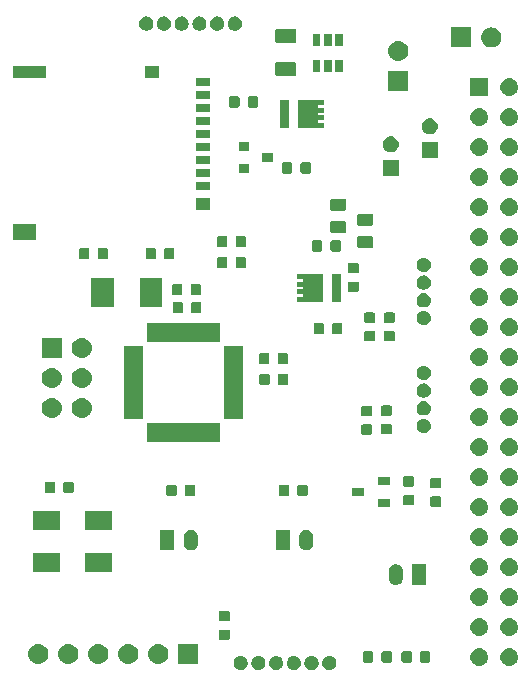
<source format=gbr>
G04 #@! TF.GenerationSoftware,KiCad,Pcbnew,(5.0.0)*
G04 #@! TF.CreationDate,2020-04-02T10:34:19-07:00*
G04 #@! TF.ProjectId,controlBoard_rev05a,636F6E74726F6C426F6172645F726576,rev?*
G04 #@! TF.SameCoordinates,Original*
G04 #@! TF.FileFunction,Soldermask,Top*
G04 #@! TF.FilePolarity,Negative*
%FSLAX46Y46*%
G04 Gerber Fmt 4.6, Leading zero omitted, Abs format (unit mm)*
G04 Created by KiCad (PCBNEW (5.0.0)) date 04/02/20 10:34:19*
%MOMM*%
%LPD*%
G01*
G04 APERTURE LIST*
%ADD10C,0.100000*%
G04 APERTURE END LIST*
D10*
G36*
X24607012Y-55557057D02*
X24716207Y-55602287D01*
X24814481Y-55667952D01*
X24898048Y-55751519D01*
X24963713Y-55849793D01*
X25008943Y-55958988D01*
X25032000Y-56074904D01*
X25032000Y-56193096D01*
X25008943Y-56309012D01*
X24963713Y-56418207D01*
X24898048Y-56516481D01*
X24814481Y-56600048D01*
X24716207Y-56665713D01*
X24607012Y-56710943D01*
X24491096Y-56734000D01*
X24372904Y-56734000D01*
X24256988Y-56710943D01*
X24147793Y-56665713D01*
X24049519Y-56600048D01*
X23965952Y-56516481D01*
X23900287Y-56418207D01*
X23855057Y-56309012D01*
X23832000Y-56193096D01*
X23832000Y-56074904D01*
X23855057Y-55958988D01*
X23900287Y-55849793D01*
X23965952Y-55751519D01*
X24049519Y-55667952D01*
X24147793Y-55602287D01*
X24256988Y-55557057D01*
X24372904Y-55534000D01*
X24491096Y-55534000D01*
X24607012Y-55557057D01*
X24607012Y-55557057D01*
G37*
G36*
X26107012Y-55557057D02*
X26216207Y-55602287D01*
X26314481Y-55667952D01*
X26398048Y-55751519D01*
X26463713Y-55849793D01*
X26508943Y-55958988D01*
X26532000Y-56074904D01*
X26532000Y-56193096D01*
X26508943Y-56309012D01*
X26463713Y-56418207D01*
X26398048Y-56516481D01*
X26314481Y-56600048D01*
X26216207Y-56665713D01*
X26107012Y-56710943D01*
X25991096Y-56734000D01*
X25872904Y-56734000D01*
X25756988Y-56710943D01*
X25647793Y-56665713D01*
X25549519Y-56600048D01*
X25465952Y-56516481D01*
X25400287Y-56418207D01*
X25355057Y-56309012D01*
X25332000Y-56193096D01*
X25332000Y-56074904D01*
X25355057Y-55958988D01*
X25400287Y-55849793D01*
X25465952Y-55751519D01*
X25549519Y-55667952D01*
X25647793Y-55602287D01*
X25756988Y-55557057D01*
X25872904Y-55534000D01*
X25991096Y-55534000D01*
X26107012Y-55557057D01*
X26107012Y-55557057D01*
G37*
G36*
X27607012Y-55557057D02*
X27716207Y-55602287D01*
X27814481Y-55667952D01*
X27898048Y-55751519D01*
X27963713Y-55849793D01*
X28008943Y-55958988D01*
X28032000Y-56074904D01*
X28032000Y-56193096D01*
X28008943Y-56309012D01*
X27963713Y-56418207D01*
X27898048Y-56516481D01*
X27814481Y-56600048D01*
X27716207Y-56665713D01*
X27607012Y-56710943D01*
X27491096Y-56734000D01*
X27372904Y-56734000D01*
X27256988Y-56710943D01*
X27147793Y-56665713D01*
X27049519Y-56600048D01*
X26965952Y-56516481D01*
X26900287Y-56418207D01*
X26855057Y-56309012D01*
X26832000Y-56193096D01*
X26832000Y-56074904D01*
X26855057Y-55958988D01*
X26900287Y-55849793D01*
X26965952Y-55751519D01*
X27049519Y-55667952D01*
X27147793Y-55602287D01*
X27256988Y-55557057D01*
X27372904Y-55534000D01*
X27491096Y-55534000D01*
X27607012Y-55557057D01*
X27607012Y-55557057D01*
G37*
G36*
X20107012Y-55557057D02*
X20216207Y-55602287D01*
X20314481Y-55667952D01*
X20398048Y-55751519D01*
X20463713Y-55849793D01*
X20508943Y-55958988D01*
X20532000Y-56074904D01*
X20532000Y-56193096D01*
X20508943Y-56309012D01*
X20463713Y-56418207D01*
X20398048Y-56516481D01*
X20314481Y-56600048D01*
X20216207Y-56665713D01*
X20107012Y-56710943D01*
X19991096Y-56734000D01*
X19872904Y-56734000D01*
X19756988Y-56710943D01*
X19647793Y-56665713D01*
X19549519Y-56600048D01*
X19465952Y-56516481D01*
X19400287Y-56418207D01*
X19355057Y-56309012D01*
X19332000Y-56193096D01*
X19332000Y-56074904D01*
X19355057Y-55958988D01*
X19400287Y-55849793D01*
X19465952Y-55751519D01*
X19549519Y-55667952D01*
X19647793Y-55602287D01*
X19756988Y-55557057D01*
X19872904Y-55534000D01*
X19991096Y-55534000D01*
X20107012Y-55557057D01*
X20107012Y-55557057D01*
G37*
G36*
X23107012Y-55557057D02*
X23216207Y-55602287D01*
X23314481Y-55667952D01*
X23398048Y-55751519D01*
X23463713Y-55849793D01*
X23508943Y-55958988D01*
X23532000Y-56074904D01*
X23532000Y-56193096D01*
X23508943Y-56309012D01*
X23463713Y-56418207D01*
X23398048Y-56516481D01*
X23314481Y-56600048D01*
X23216207Y-56665713D01*
X23107012Y-56710943D01*
X22991096Y-56734000D01*
X22872904Y-56734000D01*
X22756988Y-56710943D01*
X22647793Y-56665713D01*
X22549519Y-56600048D01*
X22465952Y-56516481D01*
X22400287Y-56418207D01*
X22355057Y-56309012D01*
X22332000Y-56193096D01*
X22332000Y-56074904D01*
X22355057Y-55958988D01*
X22400287Y-55849793D01*
X22465952Y-55751519D01*
X22549519Y-55667952D01*
X22647793Y-55602287D01*
X22756988Y-55557057D01*
X22872904Y-55534000D01*
X22991096Y-55534000D01*
X23107012Y-55557057D01*
X23107012Y-55557057D01*
G37*
G36*
X21607012Y-55557057D02*
X21716207Y-55602287D01*
X21814481Y-55667952D01*
X21898048Y-55751519D01*
X21963713Y-55849793D01*
X22008943Y-55958988D01*
X22032000Y-56074904D01*
X22032000Y-56193096D01*
X22008943Y-56309012D01*
X21963713Y-56418207D01*
X21898048Y-56516481D01*
X21814481Y-56600048D01*
X21716207Y-56665713D01*
X21607012Y-56710943D01*
X21491096Y-56734000D01*
X21372904Y-56734000D01*
X21256988Y-56710943D01*
X21147793Y-56665713D01*
X21049519Y-56600048D01*
X20965952Y-56516481D01*
X20900287Y-56418207D01*
X20855057Y-56309012D01*
X20832000Y-56193096D01*
X20832000Y-56074904D01*
X20855057Y-55958988D01*
X20900287Y-55849793D01*
X20965952Y-55751519D01*
X21049519Y-55667952D01*
X21147793Y-55602287D01*
X21256988Y-55557057D01*
X21372904Y-55534000D01*
X21491096Y-55534000D01*
X21607012Y-55557057D01*
X21607012Y-55557057D01*
G37*
G36*
X40279027Y-54886852D02*
X40420401Y-54929738D01*
X40550694Y-54999380D01*
X40664896Y-55093104D01*
X40758620Y-55207306D01*
X40828262Y-55337599D01*
X40871148Y-55478973D01*
X40885628Y-55626000D01*
X40871148Y-55773027D01*
X40828262Y-55914401D01*
X40758620Y-56044694D01*
X40664896Y-56158896D01*
X40550694Y-56252620D01*
X40420401Y-56322262D01*
X40279027Y-56365148D01*
X40168839Y-56376000D01*
X40095161Y-56376000D01*
X39984973Y-56365148D01*
X39843599Y-56322262D01*
X39713306Y-56252620D01*
X39599104Y-56158896D01*
X39505380Y-56044694D01*
X39435738Y-55914401D01*
X39392852Y-55773027D01*
X39378372Y-55626000D01*
X39392852Y-55478973D01*
X39435738Y-55337599D01*
X39505380Y-55207306D01*
X39599104Y-55093104D01*
X39713306Y-54999380D01*
X39843599Y-54929738D01*
X39984973Y-54886852D01*
X40095161Y-54876000D01*
X40168839Y-54876000D01*
X40279027Y-54886852D01*
X40279027Y-54886852D01*
G37*
G36*
X42819027Y-54886852D02*
X42960401Y-54929738D01*
X43090694Y-54999380D01*
X43204896Y-55093104D01*
X43298620Y-55207306D01*
X43368262Y-55337599D01*
X43411148Y-55478973D01*
X43425628Y-55626000D01*
X43411148Y-55773027D01*
X43368262Y-55914401D01*
X43298620Y-56044694D01*
X43204896Y-56158896D01*
X43090694Y-56252620D01*
X42960401Y-56322262D01*
X42819027Y-56365148D01*
X42708839Y-56376000D01*
X42635161Y-56376000D01*
X42524973Y-56365148D01*
X42383599Y-56322262D01*
X42253306Y-56252620D01*
X42139104Y-56158896D01*
X42045380Y-56044694D01*
X41975738Y-55914401D01*
X41932852Y-55773027D01*
X41918372Y-55626000D01*
X41932852Y-55478973D01*
X41975738Y-55337599D01*
X42045380Y-55207306D01*
X42139104Y-55093104D01*
X42253306Y-54999380D01*
X42383599Y-54929738D01*
X42524973Y-54886852D01*
X42635161Y-54876000D01*
X42708839Y-54876000D01*
X42819027Y-54886852D01*
X42819027Y-54886852D01*
G37*
G36*
X2960630Y-54534299D02*
X3120855Y-54582903D01*
X3268520Y-54661831D01*
X3397949Y-54768051D01*
X3504169Y-54897480D01*
X3583097Y-55045145D01*
X3631701Y-55205370D01*
X3648112Y-55372000D01*
X3631701Y-55538630D01*
X3583097Y-55698855D01*
X3504169Y-55846520D01*
X3397949Y-55975949D01*
X3268520Y-56082169D01*
X3120855Y-56161097D01*
X2960630Y-56209701D01*
X2835752Y-56222000D01*
X2752248Y-56222000D01*
X2627370Y-56209701D01*
X2467145Y-56161097D01*
X2319480Y-56082169D01*
X2190051Y-55975949D01*
X2083831Y-55846520D01*
X2004903Y-55698855D01*
X1956299Y-55538630D01*
X1939888Y-55372000D01*
X1956299Y-55205370D01*
X2004903Y-55045145D01*
X2083831Y-54897480D01*
X2190051Y-54768051D01*
X2319480Y-54661831D01*
X2467145Y-54582903D01*
X2627370Y-54534299D01*
X2752248Y-54522000D01*
X2835752Y-54522000D01*
X2960630Y-54534299D01*
X2960630Y-54534299D01*
G37*
G36*
X5500630Y-54534299D02*
X5660855Y-54582903D01*
X5808520Y-54661831D01*
X5937949Y-54768051D01*
X6044169Y-54897480D01*
X6123097Y-55045145D01*
X6171701Y-55205370D01*
X6188112Y-55372000D01*
X6171701Y-55538630D01*
X6123097Y-55698855D01*
X6044169Y-55846520D01*
X5937949Y-55975949D01*
X5808520Y-56082169D01*
X5660855Y-56161097D01*
X5500630Y-56209701D01*
X5375752Y-56222000D01*
X5292248Y-56222000D01*
X5167370Y-56209701D01*
X5007145Y-56161097D01*
X4859480Y-56082169D01*
X4730051Y-55975949D01*
X4623831Y-55846520D01*
X4544903Y-55698855D01*
X4496299Y-55538630D01*
X4479888Y-55372000D01*
X4496299Y-55205370D01*
X4544903Y-55045145D01*
X4623831Y-54897480D01*
X4730051Y-54768051D01*
X4859480Y-54661831D01*
X5007145Y-54582903D01*
X5167370Y-54534299D01*
X5292248Y-54522000D01*
X5375752Y-54522000D01*
X5500630Y-54534299D01*
X5500630Y-54534299D01*
G37*
G36*
X8040630Y-54534299D02*
X8200855Y-54582903D01*
X8348520Y-54661831D01*
X8477949Y-54768051D01*
X8584169Y-54897480D01*
X8663097Y-55045145D01*
X8711701Y-55205370D01*
X8728112Y-55372000D01*
X8711701Y-55538630D01*
X8663097Y-55698855D01*
X8584169Y-55846520D01*
X8477949Y-55975949D01*
X8348520Y-56082169D01*
X8200855Y-56161097D01*
X8040630Y-56209701D01*
X7915752Y-56222000D01*
X7832248Y-56222000D01*
X7707370Y-56209701D01*
X7547145Y-56161097D01*
X7399480Y-56082169D01*
X7270051Y-55975949D01*
X7163831Y-55846520D01*
X7084903Y-55698855D01*
X7036299Y-55538630D01*
X7019888Y-55372000D01*
X7036299Y-55205370D01*
X7084903Y-55045145D01*
X7163831Y-54897480D01*
X7270051Y-54768051D01*
X7399480Y-54661831D01*
X7547145Y-54582903D01*
X7707370Y-54534299D01*
X7832248Y-54522000D01*
X7915752Y-54522000D01*
X8040630Y-54534299D01*
X8040630Y-54534299D01*
G37*
G36*
X10580630Y-54534299D02*
X10740855Y-54582903D01*
X10888520Y-54661831D01*
X11017949Y-54768051D01*
X11124169Y-54897480D01*
X11203097Y-55045145D01*
X11251701Y-55205370D01*
X11268112Y-55372000D01*
X11251701Y-55538630D01*
X11203097Y-55698855D01*
X11124169Y-55846520D01*
X11017949Y-55975949D01*
X10888520Y-56082169D01*
X10740855Y-56161097D01*
X10580630Y-56209701D01*
X10455752Y-56222000D01*
X10372248Y-56222000D01*
X10247370Y-56209701D01*
X10087145Y-56161097D01*
X9939480Y-56082169D01*
X9810051Y-55975949D01*
X9703831Y-55846520D01*
X9624903Y-55698855D01*
X9576299Y-55538630D01*
X9559888Y-55372000D01*
X9576299Y-55205370D01*
X9624903Y-55045145D01*
X9703831Y-54897480D01*
X9810051Y-54768051D01*
X9939480Y-54661831D01*
X10087145Y-54582903D01*
X10247370Y-54534299D01*
X10372248Y-54522000D01*
X10455752Y-54522000D01*
X10580630Y-54534299D01*
X10580630Y-54534299D01*
G37*
G36*
X13120630Y-54534299D02*
X13280855Y-54582903D01*
X13428520Y-54661831D01*
X13557949Y-54768051D01*
X13664169Y-54897480D01*
X13743097Y-55045145D01*
X13791701Y-55205370D01*
X13808112Y-55372000D01*
X13791701Y-55538630D01*
X13743097Y-55698855D01*
X13664169Y-55846520D01*
X13557949Y-55975949D01*
X13428520Y-56082169D01*
X13280855Y-56161097D01*
X13120630Y-56209701D01*
X12995752Y-56222000D01*
X12912248Y-56222000D01*
X12787370Y-56209701D01*
X12627145Y-56161097D01*
X12479480Y-56082169D01*
X12350051Y-55975949D01*
X12243831Y-55846520D01*
X12164903Y-55698855D01*
X12116299Y-55538630D01*
X12099888Y-55372000D01*
X12116299Y-55205370D01*
X12164903Y-55045145D01*
X12243831Y-54897480D01*
X12350051Y-54768051D01*
X12479480Y-54661831D01*
X12627145Y-54582903D01*
X12787370Y-54534299D01*
X12912248Y-54522000D01*
X12995752Y-54522000D01*
X13120630Y-54534299D01*
X13120630Y-54534299D01*
G37*
G36*
X16344000Y-56222000D02*
X14644000Y-56222000D01*
X14644000Y-54522000D01*
X16344000Y-54522000D01*
X16344000Y-56222000D01*
X16344000Y-56222000D01*
G37*
G36*
X35871616Y-55154595D02*
X35900813Y-55163452D01*
X35927718Y-55177833D01*
X35951308Y-55197192D01*
X35970667Y-55220782D01*
X35985048Y-55247687D01*
X35993905Y-55276884D01*
X35997500Y-55313390D01*
X35997500Y-55938610D01*
X35993905Y-55975116D01*
X35985048Y-56004313D01*
X35970667Y-56031218D01*
X35951308Y-56054808D01*
X35927718Y-56074167D01*
X35900813Y-56088548D01*
X35871616Y-56097405D01*
X35835110Y-56101000D01*
X35284890Y-56101000D01*
X35248384Y-56097405D01*
X35219187Y-56088548D01*
X35192282Y-56074167D01*
X35168692Y-56054808D01*
X35149333Y-56031218D01*
X35134952Y-56004313D01*
X35126095Y-55975116D01*
X35122500Y-55938610D01*
X35122500Y-55313390D01*
X35126095Y-55276884D01*
X35134952Y-55247687D01*
X35149333Y-55220782D01*
X35168692Y-55197192D01*
X35192282Y-55177833D01*
X35219187Y-55163452D01*
X35248384Y-55154595D01*
X35284890Y-55151000D01*
X35835110Y-55151000D01*
X35871616Y-55154595D01*
X35871616Y-55154595D01*
G37*
G36*
X31020116Y-55154595D02*
X31049313Y-55163452D01*
X31076218Y-55177833D01*
X31099808Y-55197192D01*
X31119167Y-55220782D01*
X31133548Y-55247687D01*
X31142405Y-55276884D01*
X31146000Y-55313390D01*
X31146000Y-55938610D01*
X31142405Y-55975116D01*
X31133548Y-56004313D01*
X31119167Y-56031218D01*
X31099808Y-56054808D01*
X31076218Y-56074167D01*
X31049313Y-56088548D01*
X31020116Y-56097405D01*
X30983610Y-56101000D01*
X30433390Y-56101000D01*
X30396884Y-56097405D01*
X30367687Y-56088548D01*
X30340782Y-56074167D01*
X30317192Y-56054808D01*
X30297833Y-56031218D01*
X30283452Y-56004313D01*
X30274595Y-55975116D01*
X30271000Y-55938610D01*
X30271000Y-55313390D01*
X30274595Y-55276884D01*
X30283452Y-55247687D01*
X30297833Y-55220782D01*
X30317192Y-55197192D01*
X30340782Y-55177833D01*
X30367687Y-55163452D01*
X30396884Y-55154595D01*
X30433390Y-55151000D01*
X30983610Y-55151000D01*
X31020116Y-55154595D01*
X31020116Y-55154595D01*
G37*
G36*
X32595116Y-55154595D02*
X32624313Y-55163452D01*
X32651218Y-55177833D01*
X32674808Y-55197192D01*
X32694167Y-55220782D01*
X32708548Y-55247687D01*
X32717405Y-55276884D01*
X32721000Y-55313390D01*
X32721000Y-55938610D01*
X32717405Y-55975116D01*
X32708548Y-56004313D01*
X32694167Y-56031218D01*
X32674808Y-56054808D01*
X32651218Y-56074167D01*
X32624313Y-56088548D01*
X32595116Y-56097405D01*
X32558610Y-56101000D01*
X32008390Y-56101000D01*
X31971884Y-56097405D01*
X31942687Y-56088548D01*
X31915782Y-56074167D01*
X31892192Y-56054808D01*
X31872833Y-56031218D01*
X31858452Y-56004313D01*
X31849595Y-55975116D01*
X31846000Y-55938610D01*
X31846000Y-55313390D01*
X31849595Y-55276884D01*
X31858452Y-55247687D01*
X31872833Y-55220782D01*
X31892192Y-55197192D01*
X31915782Y-55177833D01*
X31942687Y-55163452D01*
X31971884Y-55154595D01*
X32008390Y-55151000D01*
X32558610Y-55151000D01*
X32595116Y-55154595D01*
X32595116Y-55154595D01*
G37*
G36*
X34296616Y-55154595D02*
X34325813Y-55163452D01*
X34352718Y-55177833D01*
X34376308Y-55197192D01*
X34395667Y-55220782D01*
X34410048Y-55247687D01*
X34418905Y-55276884D01*
X34422500Y-55313390D01*
X34422500Y-55938610D01*
X34418905Y-55975116D01*
X34410048Y-56004313D01*
X34395667Y-56031218D01*
X34376308Y-56054808D01*
X34352718Y-56074167D01*
X34325813Y-56088548D01*
X34296616Y-56097405D01*
X34260110Y-56101000D01*
X33709890Y-56101000D01*
X33673384Y-56097405D01*
X33644187Y-56088548D01*
X33617282Y-56074167D01*
X33593692Y-56054808D01*
X33574333Y-56031218D01*
X33559952Y-56004313D01*
X33551095Y-55975116D01*
X33547500Y-55938610D01*
X33547500Y-55313390D01*
X33551095Y-55276884D01*
X33559952Y-55247687D01*
X33574333Y-55220782D01*
X33593692Y-55197192D01*
X33617282Y-55177833D01*
X33644187Y-55163452D01*
X33673384Y-55154595D01*
X33709890Y-55151000D01*
X34260110Y-55151000D01*
X34296616Y-55154595D01*
X34296616Y-55154595D01*
G37*
G36*
X18891116Y-53312595D02*
X18920313Y-53321452D01*
X18947218Y-53335833D01*
X18970808Y-53355192D01*
X18990167Y-53378782D01*
X19004548Y-53405687D01*
X19013405Y-53434884D01*
X19017000Y-53471390D01*
X19017000Y-54021610D01*
X19013405Y-54058116D01*
X19004548Y-54087313D01*
X18990167Y-54114218D01*
X18970808Y-54137808D01*
X18947218Y-54157167D01*
X18920313Y-54171548D01*
X18891116Y-54180405D01*
X18854610Y-54184000D01*
X18229390Y-54184000D01*
X18192884Y-54180405D01*
X18163687Y-54171548D01*
X18136782Y-54157167D01*
X18113192Y-54137808D01*
X18093833Y-54114218D01*
X18079452Y-54087313D01*
X18070595Y-54058116D01*
X18067000Y-54021610D01*
X18067000Y-53471390D01*
X18070595Y-53434884D01*
X18079452Y-53405687D01*
X18093833Y-53378782D01*
X18113192Y-53355192D01*
X18136782Y-53335833D01*
X18163687Y-53321452D01*
X18192884Y-53312595D01*
X18229390Y-53309000D01*
X18854610Y-53309000D01*
X18891116Y-53312595D01*
X18891116Y-53312595D01*
G37*
G36*
X42819027Y-52346852D02*
X42960401Y-52389738D01*
X43090694Y-52459380D01*
X43204896Y-52553104D01*
X43298620Y-52667306D01*
X43368262Y-52797599D01*
X43411148Y-52938973D01*
X43425628Y-53086000D01*
X43411148Y-53233027D01*
X43368262Y-53374401D01*
X43298620Y-53504694D01*
X43204896Y-53618896D01*
X43090694Y-53712620D01*
X42960401Y-53782262D01*
X42819027Y-53825148D01*
X42708839Y-53836000D01*
X42635161Y-53836000D01*
X42524973Y-53825148D01*
X42383599Y-53782262D01*
X42253306Y-53712620D01*
X42139104Y-53618896D01*
X42045380Y-53504694D01*
X41975738Y-53374401D01*
X41932852Y-53233027D01*
X41918372Y-53086000D01*
X41932852Y-52938973D01*
X41975738Y-52797599D01*
X42045380Y-52667306D01*
X42139104Y-52553104D01*
X42253306Y-52459380D01*
X42383599Y-52389738D01*
X42524973Y-52346852D01*
X42635161Y-52336000D01*
X42708839Y-52336000D01*
X42819027Y-52346852D01*
X42819027Y-52346852D01*
G37*
G36*
X40279027Y-52346852D02*
X40420401Y-52389738D01*
X40550694Y-52459380D01*
X40664896Y-52553104D01*
X40758620Y-52667306D01*
X40828262Y-52797599D01*
X40871148Y-52938973D01*
X40885628Y-53086000D01*
X40871148Y-53233027D01*
X40828262Y-53374401D01*
X40758620Y-53504694D01*
X40664896Y-53618896D01*
X40550694Y-53712620D01*
X40420401Y-53782262D01*
X40279027Y-53825148D01*
X40168839Y-53836000D01*
X40095161Y-53836000D01*
X39984973Y-53825148D01*
X39843599Y-53782262D01*
X39713306Y-53712620D01*
X39599104Y-53618896D01*
X39505380Y-53504694D01*
X39435738Y-53374401D01*
X39392852Y-53233027D01*
X39378372Y-53086000D01*
X39392852Y-52938973D01*
X39435738Y-52797599D01*
X39505380Y-52667306D01*
X39599104Y-52553104D01*
X39713306Y-52459380D01*
X39843599Y-52389738D01*
X39984973Y-52346852D01*
X40095161Y-52336000D01*
X40168839Y-52336000D01*
X40279027Y-52346852D01*
X40279027Y-52346852D01*
G37*
G36*
X18891116Y-51737595D02*
X18920313Y-51746452D01*
X18947218Y-51760833D01*
X18970808Y-51780192D01*
X18990167Y-51803782D01*
X19004548Y-51830687D01*
X19013405Y-51859884D01*
X19017000Y-51896390D01*
X19017000Y-52446610D01*
X19013405Y-52483116D01*
X19004548Y-52512313D01*
X18990167Y-52539218D01*
X18970808Y-52562808D01*
X18947218Y-52582167D01*
X18920313Y-52596548D01*
X18891116Y-52605405D01*
X18854610Y-52609000D01*
X18229390Y-52609000D01*
X18192884Y-52605405D01*
X18163687Y-52596548D01*
X18136782Y-52582167D01*
X18113192Y-52562808D01*
X18093833Y-52539218D01*
X18079452Y-52512313D01*
X18070595Y-52483116D01*
X18067000Y-52446610D01*
X18067000Y-51896390D01*
X18070595Y-51859884D01*
X18079452Y-51830687D01*
X18093833Y-51803782D01*
X18113192Y-51780192D01*
X18136782Y-51760833D01*
X18163687Y-51746452D01*
X18192884Y-51737595D01*
X18229390Y-51734000D01*
X18854610Y-51734000D01*
X18891116Y-51737595D01*
X18891116Y-51737595D01*
G37*
G36*
X40279027Y-49806852D02*
X40420401Y-49849738D01*
X40550694Y-49919380D01*
X40664896Y-50013104D01*
X40758620Y-50127306D01*
X40828262Y-50257599D01*
X40871148Y-50398973D01*
X40885628Y-50546000D01*
X40871148Y-50693027D01*
X40828262Y-50834401D01*
X40758620Y-50964694D01*
X40664896Y-51078896D01*
X40550694Y-51172620D01*
X40420401Y-51242262D01*
X40279027Y-51285148D01*
X40168839Y-51296000D01*
X40095161Y-51296000D01*
X39984973Y-51285148D01*
X39843599Y-51242262D01*
X39713306Y-51172620D01*
X39599104Y-51078896D01*
X39505380Y-50964694D01*
X39435738Y-50834401D01*
X39392852Y-50693027D01*
X39378372Y-50546000D01*
X39392852Y-50398973D01*
X39435738Y-50257599D01*
X39505380Y-50127306D01*
X39599104Y-50013104D01*
X39713306Y-49919380D01*
X39843599Y-49849738D01*
X39984973Y-49806852D01*
X40095161Y-49796000D01*
X40168839Y-49796000D01*
X40279027Y-49806852D01*
X40279027Y-49806852D01*
G37*
G36*
X42819027Y-49806852D02*
X42960401Y-49849738D01*
X43090694Y-49919380D01*
X43204896Y-50013104D01*
X43298620Y-50127306D01*
X43368262Y-50257599D01*
X43411148Y-50398973D01*
X43425628Y-50546000D01*
X43411148Y-50693027D01*
X43368262Y-50834401D01*
X43298620Y-50964694D01*
X43204896Y-51078896D01*
X43090694Y-51172620D01*
X42960401Y-51242262D01*
X42819027Y-51285148D01*
X42708839Y-51296000D01*
X42635161Y-51296000D01*
X42524973Y-51285148D01*
X42383599Y-51242262D01*
X42253306Y-51172620D01*
X42139104Y-51078896D01*
X42045380Y-50964694D01*
X41975738Y-50834401D01*
X41932852Y-50693027D01*
X41918372Y-50546000D01*
X41932852Y-50398973D01*
X41975738Y-50257599D01*
X42045380Y-50127306D01*
X42139104Y-50013104D01*
X42253306Y-49919380D01*
X42383599Y-49849738D01*
X42524973Y-49806852D01*
X42635161Y-49796000D01*
X42708839Y-49796000D01*
X42819027Y-49806852D01*
X42819027Y-49806852D01*
G37*
G36*
X33169621Y-47774682D02*
X33282721Y-47808990D01*
X33386955Y-47864704D01*
X33478317Y-47939683D01*
X33553296Y-48031045D01*
X33609010Y-48135279D01*
X33643318Y-48248379D01*
X33652000Y-48336526D01*
X33652000Y-48945474D01*
X33643318Y-49033621D01*
X33609010Y-49146721D01*
X33553296Y-49250955D01*
X33478317Y-49342317D01*
X33386954Y-49417296D01*
X33282720Y-49473010D01*
X33169620Y-49507318D01*
X33052000Y-49518903D01*
X32934379Y-49507318D01*
X32821279Y-49473010D01*
X32717045Y-49417296D01*
X32625683Y-49342317D01*
X32550704Y-49250954D01*
X32494990Y-49146720D01*
X32460682Y-49033620D01*
X32452000Y-48945473D01*
X32452000Y-48336526D01*
X32460682Y-48248379D01*
X32494990Y-48135279D01*
X32550705Y-48031045D01*
X32625684Y-47939683D01*
X32717046Y-47864704D01*
X32821280Y-47808990D01*
X32934380Y-47774682D01*
X33052000Y-47763097D01*
X33169621Y-47774682D01*
X33169621Y-47774682D01*
G37*
G36*
X35652000Y-49516000D02*
X34452000Y-49516000D01*
X34452000Y-47766000D01*
X35652000Y-47766000D01*
X35652000Y-49516000D01*
X35652000Y-49516000D01*
G37*
G36*
X40279027Y-47266852D02*
X40420401Y-47309738D01*
X40550694Y-47379380D01*
X40664896Y-47473104D01*
X40758620Y-47587306D01*
X40828262Y-47717599D01*
X40871148Y-47858973D01*
X40885628Y-48006000D01*
X40871148Y-48153027D01*
X40828262Y-48294401D01*
X40758620Y-48424694D01*
X40664896Y-48538896D01*
X40550694Y-48632620D01*
X40420401Y-48702262D01*
X40279027Y-48745148D01*
X40168839Y-48756000D01*
X40095161Y-48756000D01*
X39984973Y-48745148D01*
X39843599Y-48702262D01*
X39713306Y-48632620D01*
X39599104Y-48538896D01*
X39505380Y-48424694D01*
X39435738Y-48294401D01*
X39392852Y-48153027D01*
X39378372Y-48006000D01*
X39392852Y-47858973D01*
X39435738Y-47717599D01*
X39505380Y-47587306D01*
X39599104Y-47473104D01*
X39713306Y-47379380D01*
X39843599Y-47309738D01*
X39984973Y-47266852D01*
X40095161Y-47256000D01*
X40168839Y-47256000D01*
X40279027Y-47266852D01*
X40279027Y-47266852D01*
G37*
G36*
X42819027Y-47266852D02*
X42960401Y-47309738D01*
X43090694Y-47379380D01*
X43204896Y-47473104D01*
X43298620Y-47587306D01*
X43368262Y-47717599D01*
X43411148Y-47858973D01*
X43425628Y-48006000D01*
X43411148Y-48153027D01*
X43368262Y-48294401D01*
X43298620Y-48424694D01*
X43204896Y-48538896D01*
X43090694Y-48632620D01*
X42960401Y-48702262D01*
X42819027Y-48745148D01*
X42708839Y-48756000D01*
X42635161Y-48756000D01*
X42524973Y-48745148D01*
X42383599Y-48702262D01*
X42253306Y-48632620D01*
X42139104Y-48538896D01*
X42045380Y-48424694D01*
X41975738Y-48294401D01*
X41932852Y-48153027D01*
X41918372Y-48006000D01*
X41932852Y-47858973D01*
X41975738Y-47717599D01*
X42045380Y-47587306D01*
X42139104Y-47473104D01*
X42253306Y-47379380D01*
X42383599Y-47309738D01*
X42524973Y-47266852D01*
X42635161Y-47256000D01*
X42708839Y-47256000D01*
X42819027Y-47266852D01*
X42819027Y-47266852D01*
G37*
G36*
X4640000Y-48447000D02*
X2390000Y-48447000D01*
X2390000Y-46847000D01*
X4640000Y-46847000D01*
X4640000Y-48447000D01*
X4640000Y-48447000D01*
G37*
G36*
X9040000Y-48447000D02*
X6790000Y-48447000D01*
X6790000Y-46847000D01*
X9040000Y-46847000D01*
X9040000Y-48447000D01*
X9040000Y-48447000D01*
G37*
G36*
X15833620Y-44853682D02*
X15946720Y-44887990D01*
X16050954Y-44943704D01*
X16142317Y-45018683D01*
X16217296Y-45110045D01*
X16273010Y-45214279D01*
X16307318Y-45327379D01*
X16316000Y-45415526D01*
X16316000Y-46024474D01*
X16307318Y-46112621D01*
X16273010Y-46225721D01*
X16217296Y-46329955D01*
X16142317Y-46421317D01*
X16050955Y-46496296D01*
X15946721Y-46552010D01*
X15833621Y-46586318D01*
X15716000Y-46597903D01*
X15598380Y-46586318D01*
X15485280Y-46552010D01*
X15381046Y-46496296D01*
X15289684Y-46421317D01*
X15214705Y-46329955D01*
X15158990Y-46225721D01*
X15124682Y-46112621D01*
X15116000Y-46024474D01*
X15116000Y-45415527D01*
X15124682Y-45327380D01*
X15158990Y-45214280D01*
X15214704Y-45110046D01*
X15289683Y-45018683D01*
X15381045Y-44943704D01*
X15485279Y-44887990D01*
X15598379Y-44853682D01*
X15716000Y-44842097D01*
X15833620Y-44853682D01*
X15833620Y-44853682D01*
G37*
G36*
X25612620Y-44853682D02*
X25725720Y-44887990D01*
X25829954Y-44943704D01*
X25921317Y-45018683D01*
X25996296Y-45110045D01*
X26052010Y-45214279D01*
X26086318Y-45327379D01*
X26095000Y-45415526D01*
X26095000Y-46024474D01*
X26086318Y-46112621D01*
X26052010Y-46225721D01*
X25996296Y-46329955D01*
X25921317Y-46421317D01*
X25829955Y-46496296D01*
X25725721Y-46552010D01*
X25612621Y-46586318D01*
X25495000Y-46597903D01*
X25377380Y-46586318D01*
X25264280Y-46552010D01*
X25160046Y-46496296D01*
X25068684Y-46421317D01*
X24993705Y-46329955D01*
X24937990Y-46225721D01*
X24903682Y-46112621D01*
X24895000Y-46024474D01*
X24895000Y-45415527D01*
X24903682Y-45327380D01*
X24937990Y-45214280D01*
X24993704Y-45110046D01*
X25068683Y-45018683D01*
X25160045Y-44943704D01*
X25264279Y-44887990D01*
X25377379Y-44853682D01*
X25495000Y-44842097D01*
X25612620Y-44853682D01*
X25612620Y-44853682D01*
G37*
G36*
X14316000Y-46595000D02*
X13116000Y-46595000D01*
X13116000Y-44845000D01*
X14316000Y-44845000D01*
X14316000Y-46595000D01*
X14316000Y-46595000D01*
G37*
G36*
X24095000Y-46595000D02*
X22895000Y-46595000D01*
X22895000Y-44845000D01*
X24095000Y-44845000D01*
X24095000Y-46595000D01*
X24095000Y-46595000D01*
G37*
G36*
X40279027Y-44726852D02*
X40420401Y-44769738D01*
X40550694Y-44839380D01*
X40664896Y-44933104D01*
X40758620Y-45047306D01*
X40828262Y-45177599D01*
X40871148Y-45318973D01*
X40885628Y-45466000D01*
X40871148Y-45613027D01*
X40828262Y-45754401D01*
X40758620Y-45884694D01*
X40664896Y-45998896D01*
X40550694Y-46092620D01*
X40420401Y-46162262D01*
X40279027Y-46205148D01*
X40168839Y-46216000D01*
X40095161Y-46216000D01*
X39984973Y-46205148D01*
X39843599Y-46162262D01*
X39713306Y-46092620D01*
X39599104Y-45998896D01*
X39505380Y-45884694D01*
X39435738Y-45754401D01*
X39392852Y-45613027D01*
X39378372Y-45466000D01*
X39392852Y-45318973D01*
X39435738Y-45177599D01*
X39505380Y-45047306D01*
X39599104Y-44933104D01*
X39713306Y-44839380D01*
X39843599Y-44769738D01*
X39984973Y-44726852D01*
X40095161Y-44716000D01*
X40168839Y-44716000D01*
X40279027Y-44726852D01*
X40279027Y-44726852D01*
G37*
G36*
X42819027Y-44726852D02*
X42960401Y-44769738D01*
X43090694Y-44839380D01*
X43204896Y-44933104D01*
X43298620Y-45047306D01*
X43368262Y-45177599D01*
X43411148Y-45318973D01*
X43425628Y-45466000D01*
X43411148Y-45613027D01*
X43368262Y-45754401D01*
X43298620Y-45884694D01*
X43204896Y-45998896D01*
X43090694Y-46092620D01*
X42960401Y-46162262D01*
X42819027Y-46205148D01*
X42708839Y-46216000D01*
X42635161Y-46216000D01*
X42524973Y-46205148D01*
X42383599Y-46162262D01*
X42253306Y-46092620D01*
X42139104Y-45998896D01*
X42045380Y-45884694D01*
X41975738Y-45754401D01*
X41932852Y-45613027D01*
X41918372Y-45466000D01*
X41932852Y-45318973D01*
X41975738Y-45177599D01*
X42045380Y-45047306D01*
X42139104Y-44933104D01*
X42253306Y-44839380D01*
X42383599Y-44769738D01*
X42524973Y-44726852D01*
X42635161Y-44716000D01*
X42708839Y-44716000D01*
X42819027Y-44726852D01*
X42819027Y-44726852D01*
G37*
G36*
X9040000Y-44847000D02*
X6790000Y-44847000D01*
X6790000Y-43247000D01*
X9040000Y-43247000D01*
X9040000Y-44847000D01*
X9040000Y-44847000D01*
G37*
G36*
X4640000Y-44847000D02*
X2390000Y-44847000D01*
X2390000Y-43247000D01*
X4640000Y-43247000D01*
X4640000Y-44847000D01*
X4640000Y-44847000D01*
G37*
G36*
X40279027Y-42186852D02*
X40420401Y-42229738D01*
X40550694Y-42299380D01*
X40664896Y-42393104D01*
X40758620Y-42507306D01*
X40828262Y-42637599D01*
X40871148Y-42778973D01*
X40885628Y-42926000D01*
X40871148Y-43073027D01*
X40828262Y-43214401D01*
X40758620Y-43344694D01*
X40664896Y-43458896D01*
X40550694Y-43552620D01*
X40420401Y-43622262D01*
X40279027Y-43665148D01*
X40168839Y-43676000D01*
X40095161Y-43676000D01*
X39984973Y-43665148D01*
X39843599Y-43622262D01*
X39713306Y-43552620D01*
X39599104Y-43458896D01*
X39505380Y-43344694D01*
X39435738Y-43214401D01*
X39392852Y-43073027D01*
X39378372Y-42926000D01*
X39392852Y-42778973D01*
X39435738Y-42637599D01*
X39505380Y-42507306D01*
X39599104Y-42393104D01*
X39713306Y-42299380D01*
X39843599Y-42229738D01*
X39984973Y-42186852D01*
X40095161Y-42176000D01*
X40168839Y-42176000D01*
X40279027Y-42186852D01*
X40279027Y-42186852D01*
G37*
G36*
X42819027Y-42186852D02*
X42960401Y-42229738D01*
X43090694Y-42299380D01*
X43204896Y-42393104D01*
X43298620Y-42507306D01*
X43368262Y-42637599D01*
X43411148Y-42778973D01*
X43425628Y-42926000D01*
X43411148Y-43073027D01*
X43368262Y-43214401D01*
X43298620Y-43344694D01*
X43204896Y-43458896D01*
X43090694Y-43552620D01*
X42960401Y-43622262D01*
X42819027Y-43665148D01*
X42708839Y-43676000D01*
X42635161Y-43676000D01*
X42524973Y-43665148D01*
X42383599Y-43622262D01*
X42253306Y-43552620D01*
X42139104Y-43458896D01*
X42045380Y-43344694D01*
X41975738Y-43214401D01*
X41932852Y-43073027D01*
X41918372Y-42926000D01*
X41932852Y-42778973D01*
X41975738Y-42637599D01*
X42045380Y-42507306D01*
X42139104Y-42393104D01*
X42253306Y-42299380D01*
X42383599Y-42229738D01*
X42524973Y-42186852D01*
X42635161Y-42176000D01*
X42708839Y-42176000D01*
X42819027Y-42186852D01*
X42819027Y-42186852D01*
G37*
G36*
X32618000Y-42931000D02*
X31558000Y-42931000D01*
X31558000Y-42281000D01*
X32618000Y-42281000D01*
X32618000Y-42931000D01*
X32618000Y-42931000D01*
G37*
G36*
X36798116Y-42035095D02*
X36827313Y-42043952D01*
X36854218Y-42058333D01*
X36877808Y-42077692D01*
X36897167Y-42101282D01*
X36911548Y-42128187D01*
X36920405Y-42157384D01*
X36924000Y-42193890D01*
X36924000Y-42744110D01*
X36920405Y-42780616D01*
X36911548Y-42809813D01*
X36897167Y-42836718D01*
X36877808Y-42860308D01*
X36854218Y-42879667D01*
X36827313Y-42894048D01*
X36798116Y-42902905D01*
X36761610Y-42906500D01*
X36136390Y-42906500D01*
X36099884Y-42902905D01*
X36070687Y-42894048D01*
X36043782Y-42879667D01*
X36020192Y-42860308D01*
X36000833Y-42836718D01*
X35986452Y-42809813D01*
X35977595Y-42780616D01*
X35974000Y-42744110D01*
X35974000Y-42193890D01*
X35977595Y-42157384D01*
X35986452Y-42128187D01*
X36000833Y-42101282D01*
X36020192Y-42077692D01*
X36043782Y-42058333D01*
X36070687Y-42043952D01*
X36099884Y-42035095D01*
X36136390Y-42031500D01*
X36761610Y-42031500D01*
X36798116Y-42035095D01*
X36798116Y-42035095D01*
G37*
G36*
X34512116Y-41908095D02*
X34541313Y-41916952D01*
X34568218Y-41931333D01*
X34591808Y-41950692D01*
X34611167Y-41974282D01*
X34625548Y-42001187D01*
X34634405Y-42030384D01*
X34638000Y-42066890D01*
X34638000Y-42617110D01*
X34634405Y-42653616D01*
X34625548Y-42682813D01*
X34611167Y-42709718D01*
X34591808Y-42733308D01*
X34568218Y-42752667D01*
X34541313Y-42767048D01*
X34512116Y-42775905D01*
X34475610Y-42779500D01*
X33850390Y-42779500D01*
X33813884Y-42775905D01*
X33784687Y-42767048D01*
X33757782Y-42752667D01*
X33734192Y-42733308D01*
X33714833Y-42709718D01*
X33700452Y-42682813D01*
X33691595Y-42653616D01*
X33688000Y-42617110D01*
X33688000Y-42066890D01*
X33691595Y-42030384D01*
X33700452Y-42001187D01*
X33714833Y-41974282D01*
X33734192Y-41950692D01*
X33757782Y-41931333D01*
X33784687Y-41916952D01*
X33813884Y-41908095D01*
X33850390Y-41904500D01*
X34475610Y-41904500D01*
X34512116Y-41908095D01*
X34512116Y-41908095D01*
G37*
G36*
X23908116Y-41057595D02*
X23937313Y-41066452D01*
X23964218Y-41080833D01*
X23987808Y-41100192D01*
X24007167Y-41123782D01*
X24021548Y-41150687D01*
X24030405Y-41179884D01*
X24034000Y-41216390D01*
X24034000Y-41841610D01*
X24030405Y-41878116D01*
X24021548Y-41907313D01*
X24007167Y-41934218D01*
X23987808Y-41957808D01*
X23964218Y-41977167D01*
X23937313Y-41991548D01*
X23908116Y-42000405D01*
X23871610Y-42004000D01*
X23321390Y-42004000D01*
X23284884Y-42000405D01*
X23255687Y-41991548D01*
X23228782Y-41977167D01*
X23205192Y-41957808D01*
X23185833Y-41934218D01*
X23171452Y-41907313D01*
X23162595Y-41878116D01*
X23159000Y-41841610D01*
X23159000Y-41216390D01*
X23162595Y-41179884D01*
X23171452Y-41150687D01*
X23185833Y-41123782D01*
X23205192Y-41100192D01*
X23228782Y-41080833D01*
X23255687Y-41066452D01*
X23284884Y-41057595D01*
X23321390Y-41054000D01*
X23871610Y-41054000D01*
X23908116Y-41057595D01*
X23908116Y-41057595D01*
G37*
G36*
X25483116Y-41057595D02*
X25512313Y-41066452D01*
X25539218Y-41080833D01*
X25562808Y-41100192D01*
X25582167Y-41123782D01*
X25596548Y-41150687D01*
X25605405Y-41179884D01*
X25609000Y-41216390D01*
X25609000Y-41841610D01*
X25605405Y-41878116D01*
X25596548Y-41907313D01*
X25582167Y-41934218D01*
X25562808Y-41957808D01*
X25539218Y-41977167D01*
X25512313Y-41991548D01*
X25483116Y-42000405D01*
X25446610Y-42004000D01*
X24896390Y-42004000D01*
X24859884Y-42000405D01*
X24830687Y-41991548D01*
X24803782Y-41977167D01*
X24780192Y-41957808D01*
X24760833Y-41934218D01*
X24746452Y-41907313D01*
X24737595Y-41878116D01*
X24734000Y-41841610D01*
X24734000Y-41216390D01*
X24737595Y-41179884D01*
X24746452Y-41150687D01*
X24760833Y-41123782D01*
X24780192Y-41100192D01*
X24803782Y-41080833D01*
X24830687Y-41066452D01*
X24859884Y-41057595D01*
X24896390Y-41054000D01*
X25446610Y-41054000D01*
X25483116Y-41057595D01*
X25483116Y-41057595D01*
G37*
G36*
X14383116Y-41057595D02*
X14412313Y-41066452D01*
X14439218Y-41080833D01*
X14462808Y-41100192D01*
X14482167Y-41123782D01*
X14496548Y-41150687D01*
X14505405Y-41179884D01*
X14509000Y-41216390D01*
X14509000Y-41841610D01*
X14505405Y-41878116D01*
X14496548Y-41907313D01*
X14482167Y-41934218D01*
X14462808Y-41957808D01*
X14439218Y-41977167D01*
X14412313Y-41991548D01*
X14383116Y-42000405D01*
X14346610Y-42004000D01*
X13796390Y-42004000D01*
X13759884Y-42000405D01*
X13730687Y-41991548D01*
X13703782Y-41977167D01*
X13680192Y-41957808D01*
X13660833Y-41934218D01*
X13646452Y-41907313D01*
X13637595Y-41878116D01*
X13634000Y-41841610D01*
X13634000Y-41216390D01*
X13637595Y-41179884D01*
X13646452Y-41150687D01*
X13660833Y-41123782D01*
X13680192Y-41100192D01*
X13703782Y-41080833D01*
X13730687Y-41066452D01*
X13759884Y-41057595D01*
X13796390Y-41054000D01*
X14346610Y-41054000D01*
X14383116Y-41057595D01*
X14383116Y-41057595D01*
G37*
G36*
X15958116Y-41057595D02*
X15987313Y-41066452D01*
X16014218Y-41080833D01*
X16037808Y-41100192D01*
X16057167Y-41123782D01*
X16071548Y-41150687D01*
X16080405Y-41179884D01*
X16084000Y-41216390D01*
X16084000Y-41841610D01*
X16080405Y-41878116D01*
X16071548Y-41907313D01*
X16057167Y-41934218D01*
X16037808Y-41957808D01*
X16014218Y-41977167D01*
X15987313Y-41991548D01*
X15958116Y-42000405D01*
X15921610Y-42004000D01*
X15371390Y-42004000D01*
X15334884Y-42000405D01*
X15305687Y-41991548D01*
X15278782Y-41977167D01*
X15255192Y-41957808D01*
X15235833Y-41934218D01*
X15221452Y-41907313D01*
X15212595Y-41878116D01*
X15209000Y-41841610D01*
X15209000Y-41216390D01*
X15212595Y-41179884D01*
X15221452Y-41150687D01*
X15235833Y-41123782D01*
X15255192Y-41100192D01*
X15278782Y-41080833D01*
X15305687Y-41066452D01*
X15334884Y-41057595D01*
X15371390Y-41054000D01*
X15921610Y-41054000D01*
X15958116Y-41057595D01*
X15958116Y-41057595D01*
G37*
G36*
X30418000Y-41981000D02*
X29358000Y-41981000D01*
X29358000Y-41331000D01*
X30418000Y-41331000D01*
X30418000Y-41981000D01*
X30418000Y-41981000D01*
G37*
G36*
X5671116Y-40803595D02*
X5700313Y-40812452D01*
X5727218Y-40826833D01*
X5750808Y-40846192D01*
X5770167Y-40869782D01*
X5784548Y-40896687D01*
X5793405Y-40925884D01*
X5797000Y-40962390D01*
X5797000Y-41587610D01*
X5793405Y-41624116D01*
X5784548Y-41653313D01*
X5770167Y-41680218D01*
X5750808Y-41703808D01*
X5727218Y-41723167D01*
X5700313Y-41737548D01*
X5671116Y-41746405D01*
X5634610Y-41750000D01*
X5084390Y-41750000D01*
X5047884Y-41746405D01*
X5018687Y-41737548D01*
X4991782Y-41723167D01*
X4968192Y-41703808D01*
X4948833Y-41680218D01*
X4934452Y-41653313D01*
X4925595Y-41624116D01*
X4922000Y-41587610D01*
X4922000Y-40962390D01*
X4925595Y-40925884D01*
X4934452Y-40896687D01*
X4948833Y-40869782D01*
X4968192Y-40846192D01*
X4991782Y-40826833D01*
X5018687Y-40812452D01*
X5047884Y-40803595D01*
X5084390Y-40800000D01*
X5634610Y-40800000D01*
X5671116Y-40803595D01*
X5671116Y-40803595D01*
G37*
G36*
X4096116Y-40803595D02*
X4125313Y-40812452D01*
X4152218Y-40826833D01*
X4175808Y-40846192D01*
X4195167Y-40869782D01*
X4209548Y-40896687D01*
X4218405Y-40925884D01*
X4222000Y-40962390D01*
X4222000Y-41587610D01*
X4218405Y-41624116D01*
X4209548Y-41653313D01*
X4195167Y-41680218D01*
X4175808Y-41703808D01*
X4152218Y-41723167D01*
X4125313Y-41737548D01*
X4096116Y-41746405D01*
X4059610Y-41750000D01*
X3509390Y-41750000D01*
X3472884Y-41746405D01*
X3443687Y-41737548D01*
X3416782Y-41723167D01*
X3393192Y-41703808D01*
X3373833Y-41680218D01*
X3359452Y-41653313D01*
X3350595Y-41624116D01*
X3347000Y-41587610D01*
X3347000Y-40962390D01*
X3350595Y-40925884D01*
X3359452Y-40896687D01*
X3373833Y-40869782D01*
X3393192Y-40846192D01*
X3416782Y-40826833D01*
X3443687Y-40812452D01*
X3472884Y-40803595D01*
X3509390Y-40800000D01*
X4059610Y-40800000D01*
X4096116Y-40803595D01*
X4096116Y-40803595D01*
G37*
G36*
X36798116Y-40460095D02*
X36827313Y-40468952D01*
X36854218Y-40483333D01*
X36877808Y-40502692D01*
X36897167Y-40526282D01*
X36911548Y-40553187D01*
X36920405Y-40582384D01*
X36924000Y-40618890D01*
X36924000Y-41169110D01*
X36920405Y-41205616D01*
X36911548Y-41234813D01*
X36897167Y-41261718D01*
X36877808Y-41285308D01*
X36854218Y-41304667D01*
X36827313Y-41319048D01*
X36798116Y-41327905D01*
X36761610Y-41331500D01*
X36136390Y-41331500D01*
X36099884Y-41327905D01*
X36070687Y-41319048D01*
X36043782Y-41304667D01*
X36020192Y-41285308D01*
X36000833Y-41261718D01*
X35986452Y-41234813D01*
X35977595Y-41205616D01*
X35974000Y-41169110D01*
X35974000Y-40618890D01*
X35977595Y-40582384D01*
X35986452Y-40553187D01*
X36000833Y-40526282D01*
X36020192Y-40502692D01*
X36043782Y-40483333D01*
X36070687Y-40468952D01*
X36099884Y-40460095D01*
X36136390Y-40456500D01*
X36761610Y-40456500D01*
X36798116Y-40460095D01*
X36798116Y-40460095D01*
G37*
G36*
X34512116Y-40333095D02*
X34541313Y-40341952D01*
X34568218Y-40356333D01*
X34591808Y-40375692D01*
X34611167Y-40399282D01*
X34625548Y-40426187D01*
X34634405Y-40455384D01*
X34638000Y-40491890D01*
X34638000Y-41042110D01*
X34634405Y-41078616D01*
X34625548Y-41107813D01*
X34611167Y-41134718D01*
X34591808Y-41158308D01*
X34568218Y-41177667D01*
X34541313Y-41192048D01*
X34512116Y-41200905D01*
X34475610Y-41204500D01*
X33850390Y-41204500D01*
X33813884Y-41200905D01*
X33784687Y-41192048D01*
X33757782Y-41177667D01*
X33734192Y-41158308D01*
X33714833Y-41134718D01*
X33700452Y-41107813D01*
X33691595Y-41078616D01*
X33688000Y-41042110D01*
X33688000Y-40491890D01*
X33691595Y-40455384D01*
X33700452Y-40426187D01*
X33714833Y-40399282D01*
X33734192Y-40375692D01*
X33757782Y-40356333D01*
X33784687Y-40341952D01*
X33813884Y-40333095D01*
X33850390Y-40329500D01*
X34475610Y-40329500D01*
X34512116Y-40333095D01*
X34512116Y-40333095D01*
G37*
G36*
X40279027Y-39646852D02*
X40420401Y-39689738D01*
X40550694Y-39759380D01*
X40664896Y-39853104D01*
X40758620Y-39967306D01*
X40828262Y-40097599D01*
X40871148Y-40238973D01*
X40885628Y-40386000D01*
X40871148Y-40533027D01*
X40828262Y-40674401D01*
X40758620Y-40804694D01*
X40664896Y-40918896D01*
X40550694Y-41012620D01*
X40420401Y-41082262D01*
X40279027Y-41125148D01*
X40168839Y-41136000D01*
X40095161Y-41136000D01*
X39984973Y-41125148D01*
X39843599Y-41082262D01*
X39713306Y-41012620D01*
X39599104Y-40918896D01*
X39505380Y-40804694D01*
X39435738Y-40674401D01*
X39392852Y-40533027D01*
X39378372Y-40386000D01*
X39392852Y-40238973D01*
X39435738Y-40097599D01*
X39505380Y-39967306D01*
X39599104Y-39853104D01*
X39713306Y-39759380D01*
X39843599Y-39689738D01*
X39984973Y-39646852D01*
X40095161Y-39636000D01*
X40168839Y-39636000D01*
X40279027Y-39646852D01*
X40279027Y-39646852D01*
G37*
G36*
X42819027Y-39646852D02*
X42960401Y-39689738D01*
X43090694Y-39759380D01*
X43204896Y-39853104D01*
X43298620Y-39967306D01*
X43368262Y-40097599D01*
X43411148Y-40238973D01*
X43425628Y-40386000D01*
X43411148Y-40533027D01*
X43368262Y-40674401D01*
X43298620Y-40804694D01*
X43204896Y-40918896D01*
X43090694Y-41012620D01*
X42960401Y-41082262D01*
X42819027Y-41125148D01*
X42708839Y-41136000D01*
X42635161Y-41136000D01*
X42524973Y-41125148D01*
X42383599Y-41082262D01*
X42253306Y-41012620D01*
X42139104Y-40918896D01*
X42045380Y-40804694D01*
X41975738Y-40674401D01*
X41932852Y-40533027D01*
X41918372Y-40386000D01*
X41932852Y-40238973D01*
X41975738Y-40097599D01*
X42045380Y-39967306D01*
X42139104Y-39853104D01*
X42253306Y-39759380D01*
X42383599Y-39689738D01*
X42524973Y-39646852D01*
X42635161Y-39636000D01*
X42708839Y-39636000D01*
X42819027Y-39646852D01*
X42819027Y-39646852D01*
G37*
G36*
X32618000Y-41031000D02*
X31558000Y-41031000D01*
X31558000Y-40381000D01*
X32618000Y-40381000D01*
X32618000Y-41031000D01*
X32618000Y-41031000D01*
G37*
G36*
X40279027Y-37106852D02*
X40420401Y-37149738D01*
X40550694Y-37219380D01*
X40664896Y-37313104D01*
X40758620Y-37427306D01*
X40828262Y-37557599D01*
X40871148Y-37698973D01*
X40885628Y-37846000D01*
X40871148Y-37993027D01*
X40828262Y-38134401D01*
X40758620Y-38264694D01*
X40664896Y-38378896D01*
X40550694Y-38472620D01*
X40420401Y-38542262D01*
X40279027Y-38585148D01*
X40168839Y-38596000D01*
X40095161Y-38596000D01*
X39984973Y-38585148D01*
X39843599Y-38542262D01*
X39713306Y-38472620D01*
X39599104Y-38378896D01*
X39505380Y-38264694D01*
X39435738Y-38134401D01*
X39392852Y-37993027D01*
X39378372Y-37846000D01*
X39392852Y-37698973D01*
X39435738Y-37557599D01*
X39505380Y-37427306D01*
X39599104Y-37313104D01*
X39713306Y-37219380D01*
X39843599Y-37149738D01*
X39984973Y-37106852D01*
X40095161Y-37096000D01*
X40168839Y-37096000D01*
X40279027Y-37106852D01*
X40279027Y-37106852D01*
G37*
G36*
X42819027Y-37106852D02*
X42960401Y-37149738D01*
X43090694Y-37219380D01*
X43204896Y-37313104D01*
X43298620Y-37427306D01*
X43368262Y-37557599D01*
X43411148Y-37698973D01*
X43425628Y-37846000D01*
X43411148Y-37993027D01*
X43368262Y-38134401D01*
X43298620Y-38264694D01*
X43204896Y-38378896D01*
X43090694Y-38472620D01*
X42960401Y-38542262D01*
X42819027Y-38585148D01*
X42708839Y-38596000D01*
X42635161Y-38596000D01*
X42524973Y-38585148D01*
X42383599Y-38542262D01*
X42253306Y-38472620D01*
X42139104Y-38378896D01*
X42045380Y-38264694D01*
X41975738Y-38134401D01*
X41932852Y-37993027D01*
X41918372Y-37846000D01*
X41932852Y-37698973D01*
X41975738Y-37557599D01*
X42045380Y-37427306D01*
X42139104Y-37313104D01*
X42253306Y-37219380D01*
X42383599Y-37149738D01*
X42524973Y-37106852D01*
X42635161Y-37096000D01*
X42708839Y-37096000D01*
X42819027Y-37106852D01*
X42819027Y-37106852D01*
G37*
G36*
X18188000Y-37435000D02*
X12038000Y-37435000D01*
X12038000Y-35835000D01*
X18188000Y-35835000D01*
X18188000Y-37435000D01*
X18188000Y-37435000D01*
G37*
G36*
X30950306Y-35939095D02*
X30979503Y-35947952D01*
X31006408Y-35962333D01*
X31029998Y-35981692D01*
X31049357Y-36005282D01*
X31063738Y-36032187D01*
X31072595Y-36061384D01*
X31076190Y-36097890D01*
X31076190Y-36648110D01*
X31072595Y-36684616D01*
X31063738Y-36713813D01*
X31049357Y-36740718D01*
X31029998Y-36764308D01*
X31006408Y-36783667D01*
X30979503Y-36798048D01*
X30950306Y-36806905D01*
X30913800Y-36810500D01*
X30288580Y-36810500D01*
X30252074Y-36806905D01*
X30222877Y-36798048D01*
X30195972Y-36783667D01*
X30172382Y-36764308D01*
X30153023Y-36740718D01*
X30138642Y-36713813D01*
X30129785Y-36684616D01*
X30126190Y-36648110D01*
X30126190Y-36097890D01*
X30129785Y-36061384D01*
X30138642Y-36032187D01*
X30153023Y-36005282D01*
X30172382Y-35981692D01*
X30195972Y-35962333D01*
X30222877Y-35947952D01*
X30252074Y-35939095D01*
X30288580Y-35935500D01*
X30913800Y-35935500D01*
X30950306Y-35939095D01*
X30950306Y-35939095D01*
G37*
G36*
X32607116Y-35913595D02*
X32636313Y-35922452D01*
X32663218Y-35936833D01*
X32686808Y-35956192D01*
X32706167Y-35979782D01*
X32720548Y-36006687D01*
X32729405Y-36035884D01*
X32733000Y-36072390D01*
X32733000Y-36622610D01*
X32729405Y-36659116D01*
X32720548Y-36688313D01*
X32706167Y-36715218D01*
X32686808Y-36738808D01*
X32663218Y-36758167D01*
X32636313Y-36772548D01*
X32607116Y-36781405D01*
X32570610Y-36785000D01*
X31945390Y-36785000D01*
X31908884Y-36781405D01*
X31879687Y-36772548D01*
X31852782Y-36758167D01*
X31829192Y-36738808D01*
X31809833Y-36715218D01*
X31795452Y-36688313D01*
X31786595Y-36659116D01*
X31783000Y-36622610D01*
X31783000Y-36072390D01*
X31786595Y-36035884D01*
X31795452Y-36006687D01*
X31809833Y-35979782D01*
X31829192Y-35956192D01*
X31852782Y-35936833D01*
X31879687Y-35922452D01*
X31908884Y-35913595D01*
X31945390Y-35910000D01*
X32570610Y-35910000D01*
X32607116Y-35913595D01*
X32607116Y-35913595D01*
G37*
G36*
X35608012Y-35491057D02*
X35717207Y-35536287D01*
X35815481Y-35601952D01*
X35899048Y-35685519D01*
X35964713Y-35783793D01*
X36009943Y-35892988D01*
X36033000Y-36008904D01*
X36033000Y-36127096D01*
X36009943Y-36243012D01*
X35964713Y-36352207D01*
X35899048Y-36450481D01*
X35815481Y-36534048D01*
X35717207Y-36599713D01*
X35608012Y-36644943D01*
X35492096Y-36668000D01*
X35373904Y-36668000D01*
X35257988Y-36644943D01*
X35148793Y-36599713D01*
X35050519Y-36534048D01*
X34966952Y-36450481D01*
X34901287Y-36352207D01*
X34856057Y-36243012D01*
X34833000Y-36127096D01*
X34833000Y-36008904D01*
X34856057Y-35892988D01*
X34901287Y-35783793D01*
X34966952Y-35685519D01*
X35050519Y-35601952D01*
X35148793Y-35536287D01*
X35257988Y-35491057D01*
X35373904Y-35468000D01*
X35492096Y-35468000D01*
X35608012Y-35491057D01*
X35608012Y-35491057D01*
G37*
G36*
X42819027Y-34566852D02*
X42960401Y-34609738D01*
X43090694Y-34679380D01*
X43204896Y-34773104D01*
X43298620Y-34887306D01*
X43368262Y-35017599D01*
X43411148Y-35158973D01*
X43425628Y-35306000D01*
X43411148Y-35453027D01*
X43368262Y-35594401D01*
X43298620Y-35724694D01*
X43204896Y-35838896D01*
X43090694Y-35932620D01*
X42960401Y-36002262D01*
X42819027Y-36045148D01*
X42708839Y-36056000D01*
X42635161Y-36056000D01*
X42524973Y-36045148D01*
X42383599Y-36002262D01*
X42253306Y-35932620D01*
X42139104Y-35838896D01*
X42045380Y-35724694D01*
X41975738Y-35594401D01*
X41932852Y-35453027D01*
X41918372Y-35306000D01*
X41932852Y-35158973D01*
X41975738Y-35017599D01*
X42045380Y-34887306D01*
X42139104Y-34773104D01*
X42253306Y-34679380D01*
X42383599Y-34609738D01*
X42524973Y-34566852D01*
X42635161Y-34556000D01*
X42708839Y-34556000D01*
X42819027Y-34566852D01*
X42819027Y-34566852D01*
G37*
G36*
X40279027Y-34566852D02*
X40420401Y-34609738D01*
X40550694Y-34679380D01*
X40664896Y-34773104D01*
X40758620Y-34887306D01*
X40828262Y-35017599D01*
X40871148Y-35158973D01*
X40885628Y-35306000D01*
X40871148Y-35453027D01*
X40828262Y-35594401D01*
X40758620Y-35724694D01*
X40664896Y-35838896D01*
X40550694Y-35932620D01*
X40420401Y-36002262D01*
X40279027Y-36045148D01*
X40168839Y-36056000D01*
X40095161Y-36056000D01*
X39984973Y-36045148D01*
X39843599Y-36002262D01*
X39713306Y-35932620D01*
X39599104Y-35838896D01*
X39505380Y-35724694D01*
X39435738Y-35594401D01*
X39392852Y-35453027D01*
X39378372Y-35306000D01*
X39392852Y-35158973D01*
X39435738Y-35017599D01*
X39505380Y-34887306D01*
X39599104Y-34773104D01*
X39713306Y-34679380D01*
X39843599Y-34609738D01*
X39984973Y-34566852D01*
X40095161Y-34556000D01*
X40168839Y-34556000D01*
X40279027Y-34566852D01*
X40279027Y-34566852D01*
G37*
G36*
X11663000Y-35460000D02*
X10063000Y-35460000D01*
X10063000Y-29310000D01*
X11663000Y-29310000D01*
X11663000Y-35460000D01*
X11663000Y-35460000D01*
G37*
G36*
X20163000Y-35460000D02*
X18563000Y-35460000D01*
X18563000Y-29310000D01*
X20163000Y-29310000D01*
X20163000Y-35460000D01*
X20163000Y-35460000D01*
G37*
G36*
X6643630Y-33706299D02*
X6803855Y-33754903D01*
X6951520Y-33833831D01*
X7080949Y-33940051D01*
X7187169Y-34069480D01*
X7266097Y-34217145D01*
X7314701Y-34377370D01*
X7331112Y-34544000D01*
X7314701Y-34710630D01*
X7266097Y-34870855D01*
X7187169Y-35018520D01*
X7080949Y-35147949D01*
X6951520Y-35254169D01*
X6803855Y-35333097D01*
X6643630Y-35381701D01*
X6518752Y-35394000D01*
X6435248Y-35394000D01*
X6310370Y-35381701D01*
X6150145Y-35333097D01*
X6002480Y-35254169D01*
X5873051Y-35147949D01*
X5766831Y-35018520D01*
X5687903Y-34870855D01*
X5639299Y-34710630D01*
X5622888Y-34544000D01*
X5639299Y-34377370D01*
X5687903Y-34217145D01*
X5766831Y-34069480D01*
X5873051Y-33940051D01*
X6002480Y-33833831D01*
X6150145Y-33754903D01*
X6310370Y-33706299D01*
X6435248Y-33694000D01*
X6518752Y-33694000D01*
X6643630Y-33706299D01*
X6643630Y-33706299D01*
G37*
G36*
X4103630Y-33706299D02*
X4263855Y-33754903D01*
X4411520Y-33833831D01*
X4540949Y-33940051D01*
X4647169Y-34069480D01*
X4726097Y-34217145D01*
X4774701Y-34377370D01*
X4791112Y-34544000D01*
X4774701Y-34710630D01*
X4726097Y-34870855D01*
X4647169Y-35018520D01*
X4540949Y-35147949D01*
X4411520Y-35254169D01*
X4263855Y-35333097D01*
X4103630Y-35381701D01*
X3978752Y-35394000D01*
X3895248Y-35394000D01*
X3770370Y-35381701D01*
X3610145Y-35333097D01*
X3462480Y-35254169D01*
X3333051Y-35147949D01*
X3226831Y-35018520D01*
X3147903Y-34870855D01*
X3099299Y-34710630D01*
X3082888Y-34544000D01*
X3099299Y-34377370D01*
X3147903Y-34217145D01*
X3226831Y-34069480D01*
X3333051Y-33940051D01*
X3462480Y-33833831D01*
X3610145Y-33754903D01*
X3770370Y-33706299D01*
X3895248Y-33694000D01*
X3978752Y-33694000D01*
X4103630Y-33706299D01*
X4103630Y-33706299D01*
G37*
G36*
X30950306Y-34364095D02*
X30979503Y-34372952D01*
X31006408Y-34387333D01*
X31029998Y-34406692D01*
X31049357Y-34430282D01*
X31063738Y-34457187D01*
X31072595Y-34486384D01*
X31076190Y-34522890D01*
X31076190Y-35073110D01*
X31072595Y-35109616D01*
X31063738Y-35138813D01*
X31049357Y-35165718D01*
X31029998Y-35189308D01*
X31006408Y-35208667D01*
X30979503Y-35223048D01*
X30950306Y-35231905D01*
X30913800Y-35235500D01*
X30288580Y-35235500D01*
X30252074Y-35231905D01*
X30222877Y-35223048D01*
X30195972Y-35208667D01*
X30172382Y-35189308D01*
X30153023Y-35165718D01*
X30138642Y-35138813D01*
X30129785Y-35109616D01*
X30126190Y-35073110D01*
X30126190Y-34522890D01*
X30129785Y-34486384D01*
X30138642Y-34457187D01*
X30153023Y-34430282D01*
X30172382Y-34406692D01*
X30195972Y-34387333D01*
X30222877Y-34372952D01*
X30252074Y-34364095D01*
X30288580Y-34360500D01*
X30913800Y-34360500D01*
X30950306Y-34364095D01*
X30950306Y-34364095D01*
G37*
G36*
X32607116Y-34338595D02*
X32636313Y-34347452D01*
X32663218Y-34361833D01*
X32686808Y-34381192D01*
X32706167Y-34404782D01*
X32720548Y-34431687D01*
X32729405Y-34460884D01*
X32733000Y-34497390D01*
X32733000Y-35047610D01*
X32729405Y-35084116D01*
X32720548Y-35113313D01*
X32706167Y-35140218D01*
X32686808Y-35163808D01*
X32663218Y-35183167D01*
X32636313Y-35197548D01*
X32607116Y-35206405D01*
X32570610Y-35210000D01*
X31945390Y-35210000D01*
X31908884Y-35206405D01*
X31879687Y-35197548D01*
X31852782Y-35183167D01*
X31829192Y-35163808D01*
X31809833Y-35140218D01*
X31795452Y-35113313D01*
X31786595Y-35084116D01*
X31783000Y-35047610D01*
X31783000Y-34497390D01*
X31786595Y-34460884D01*
X31795452Y-34431687D01*
X31809833Y-34404782D01*
X31829192Y-34381192D01*
X31852782Y-34361833D01*
X31879687Y-34347452D01*
X31908884Y-34338595D01*
X31945390Y-34335000D01*
X32570610Y-34335000D01*
X32607116Y-34338595D01*
X32607116Y-34338595D01*
G37*
G36*
X35608012Y-33991057D02*
X35717207Y-34036287D01*
X35815481Y-34101952D01*
X35899048Y-34185519D01*
X35964713Y-34283793D01*
X36009943Y-34392988D01*
X36033000Y-34508904D01*
X36033000Y-34627096D01*
X36009943Y-34743012D01*
X35964713Y-34852207D01*
X35899048Y-34950481D01*
X35815481Y-35034048D01*
X35717207Y-35099713D01*
X35608012Y-35144943D01*
X35492096Y-35168000D01*
X35373904Y-35168000D01*
X35257988Y-35144943D01*
X35148793Y-35099713D01*
X35050519Y-35034048D01*
X34966952Y-34950481D01*
X34901287Y-34852207D01*
X34856057Y-34743012D01*
X34833000Y-34627096D01*
X34833000Y-34508904D01*
X34856057Y-34392988D01*
X34901287Y-34283793D01*
X34966952Y-34185519D01*
X35050519Y-34101952D01*
X35148793Y-34036287D01*
X35257988Y-33991057D01*
X35373904Y-33968000D01*
X35492096Y-33968000D01*
X35608012Y-33991057D01*
X35608012Y-33991057D01*
G37*
G36*
X35608012Y-32491057D02*
X35717207Y-32536287D01*
X35815481Y-32601952D01*
X35899048Y-32685519D01*
X35964713Y-32783793D01*
X36009943Y-32892988D01*
X36033000Y-33008904D01*
X36033000Y-33127096D01*
X36009943Y-33243012D01*
X35964713Y-33352207D01*
X35899048Y-33450481D01*
X35815481Y-33534048D01*
X35717207Y-33599713D01*
X35608012Y-33644943D01*
X35492096Y-33668000D01*
X35373904Y-33668000D01*
X35257988Y-33644943D01*
X35148793Y-33599713D01*
X35050519Y-33534048D01*
X34966952Y-33450481D01*
X34901287Y-33352207D01*
X34856057Y-33243012D01*
X34833000Y-33127096D01*
X34833000Y-33008904D01*
X34856057Y-32892988D01*
X34901287Y-32783793D01*
X34966952Y-32685519D01*
X35050519Y-32601952D01*
X35148793Y-32536287D01*
X35257988Y-32491057D01*
X35373904Y-32468000D01*
X35492096Y-32468000D01*
X35608012Y-32491057D01*
X35608012Y-32491057D01*
G37*
G36*
X42819027Y-32026852D02*
X42960401Y-32069738D01*
X43090694Y-32139380D01*
X43204896Y-32233104D01*
X43298620Y-32347306D01*
X43368262Y-32477599D01*
X43411148Y-32618973D01*
X43425628Y-32766000D01*
X43411148Y-32913027D01*
X43368262Y-33054401D01*
X43298620Y-33184694D01*
X43204896Y-33298896D01*
X43090694Y-33392620D01*
X42960401Y-33462262D01*
X42819027Y-33505148D01*
X42708839Y-33516000D01*
X42635161Y-33516000D01*
X42524973Y-33505148D01*
X42383599Y-33462262D01*
X42253306Y-33392620D01*
X42139104Y-33298896D01*
X42045380Y-33184694D01*
X41975738Y-33054401D01*
X41932852Y-32913027D01*
X41918372Y-32766000D01*
X41932852Y-32618973D01*
X41975738Y-32477599D01*
X42045380Y-32347306D01*
X42139104Y-32233104D01*
X42253306Y-32139380D01*
X42383599Y-32069738D01*
X42524973Y-32026852D01*
X42635161Y-32016000D01*
X42708839Y-32016000D01*
X42819027Y-32026852D01*
X42819027Y-32026852D01*
G37*
G36*
X40279027Y-32026852D02*
X40420401Y-32069738D01*
X40550694Y-32139380D01*
X40664896Y-32233104D01*
X40758620Y-32347306D01*
X40828262Y-32477599D01*
X40871148Y-32618973D01*
X40885628Y-32766000D01*
X40871148Y-32913027D01*
X40828262Y-33054401D01*
X40758620Y-33184694D01*
X40664896Y-33298896D01*
X40550694Y-33392620D01*
X40420401Y-33462262D01*
X40279027Y-33505148D01*
X40168839Y-33516000D01*
X40095161Y-33516000D01*
X39984973Y-33505148D01*
X39843599Y-33462262D01*
X39713306Y-33392620D01*
X39599104Y-33298896D01*
X39505380Y-33184694D01*
X39435738Y-33054401D01*
X39392852Y-32913027D01*
X39378372Y-32766000D01*
X39392852Y-32618973D01*
X39435738Y-32477599D01*
X39505380Y-32347306D01*
X39599104Y-32233104D01*
X39713306Y-32139380D01*
X39843599Y-32069738D01*
X39984973Y-32026852D01*
X40095161Y-32016000D01*
X40168839Y-32016000D01*
X40279027Y-32026852D01*
X40279027Y-32026852D01*
G37*
G36*
X6643630Y-31166299D02*
X6803855Y-31214903D01*
X6951520Y-31293831D01*
X7080949Y-31400051D01*
X7187169Y-31529480D01*
X7266097Y-31677145D01*
X7314701Y-31837370D01*
X7331112Y-32004000D01*
X7314701Y-32170630D01*
X7266097Y-32330855D01*
X7187169Y-32478520D01*
X7080949Y-32607949D01*
X6951520Y-32714169D01*
X6803855Y-32793097D01*
X6643630Y-32841701D01*
X6518752Y-32854000D01*
X6435248Y-32854000D01*
X6310370Y-32841701D01*
X6150145Y-32793097D01*
X6002480Y-32714169D01*
X5873051Y-32607949D01*
X5766831Y-32478520D01*
X5687903Y-32330855D01*
X5639299Y-32170630D01*
X5622888Y-32004000D01*
X5639299Y-31837370D01*
X5687903Y-31677145D01*
X5766831Y-31529480D01*
X5873051Y-31400051D01*
X6002480Y-31293831D01*
X6150145Y-31214903D01*
X6310370Y-31166299D01*
X6435248Y-31154000D01*
X6518752Y-31154000D01*
X6643630Y-31166299D01*
X6643630Y-31166299D01*
G37*
G36*
X4103630Y-31166299D02*
X4263855Y-31214903D01*
X4411520Y-31293831D01*
X4540949Y-31400051D01*
X4647169Y-31529480D01*
X4726097Y-31677145D01*
X4774701Y-31837370D01*
X4791112Y-32004000D01*
X4774701Y-32170630D01*
X4726097Y-32330855D01*
X4647169Y-32478520D01*
X4540949Y-32607949D01*
X4411520Y-32714169D01*
X4263855Y-32793097D01*
X4103630Y-32841701D01*
X3978752Y-32854000D01*
X3895248Y-32854000D01*
X3770370Y-32841701D01*
X3610145Y-32793097D01*
X3462480Y-32714169D01*
X3333051Y-32607949D01*
X3226831Y-32478520D01*
X3147903Y-32330855D01*
X3099299Y-32170630D01*
X3082888Y-32004000D01*
X3099299Y-31837370D01*
X3147903Y-31677145D01*
X3226831Y-31529480D01*
X3333051Y-31400051D01*
X3462480Y-31293831D01*
X3610145Y-31214903D01*
X3770370Y-31166299D01*
X3895248Y-31154000D01*
X3978752Y-31154000D01*
X4103630Y-31166299D01*
X4103630Y-31166299D01*
G37*
G36*
X22257116Y-31659595D02*
X22286313Y-31668452D01*
X22313218Y-31682833D01*
X22336808Y-31702192D01*
X22356167Y-31725782D01*
X22370548Y-31752687D01*
X22379405Y-31781884D01*
X22383000Y-31818390D01*
X22383000Y-32443610D01*
X22379405Y-32480116D01*
X22370548Y-32509313D01*
X22356167Y-32536218D01*
X22336808Y-32559808D01*
X22313218Y-32579167D01*
X22286313Y-32593548D01*
X22257116Y-32602405D01*
X22220610Y-32606000D01*
X21670390Y-32606000D01*
X21633884Y-32602405D01*
X21604687Y-32593548D01*
X21577782Y-32579167D01*
X21554192Y-32559808D01*
X21534833Y-32536218D01*
X21520452Y-32509313D01*
X21511595Y-32480116D01*
X21508000Y-32443610D01*
X21508000Y-31818390D01*
X21511595Y-31781884D01*
X21520452Y-31752687D01*
X21534833Y-31725782D01*
X21554192Y-31702192D01*
X21577782Y-31682833D01*
X21604687Y-31668452D01*
X21633884Y-31659595D01*
X21670390Y-31656000D01*
X22220610Y-31656000D01*
X22257116Y-31659595D01*
X22257116Y-31659595D01*
G37*
G36*
X23832116Y-31659595D02*
X23861313Y-31668452D01*
X23888218Y-31682833D01*
X23911808Y-31702192D01*
X23931167Y-31725782D01*
X23945548Y-31752687D01*
X23954405Y-31781884D01*
X23958000Y-31818390D01*
X23958000Y-32443610D01*
X23954405Y-32480116D01*
X23945548Y-32509313D01*
X23931167Y-32536218D01*
X23911808Y-32559808D01*
X23888218Y-32579167D01*
X23861313Y-32593548D01*
X23832116Y-32602405D01*
X23795610Y-32606000D01*
X23245390Y-32606000D01*
X23208884Y-32602405D01*
X23179687Y-32593548D01*
X23152782Y-32579167D01*
X23129192Y-32559808D01*
X23109833Y-32536218D01*
X23095452Y-32509313D01*
X23086595Y-32480116D01*
X23083000Y-32443610D01*
X23083000Y-31818390D01*
X23086595Y-31781884D01*
X23095452Y-31752687D01*
X23109833Y-31725782D01*
X23129192Y-31702192D01*
X23152782Y-31682833D01*
X23179687Y-31668452D01*
X23208884Y-31659595D01*
X23245390Y-31656000D01*
X23795610Y-31656000D01*
X23832116Y-31659595D01*
X23832116Y-31659595D01*
G37*
G36*
X35608012Y-30991057D02*
X35717207Y-31036287D01*
X35815481Y-31101952D01*
X35899048Y-31185519D01*
X35964713Y-31283793D01*
X36009943Y-31392988D01*
X36033000Y-31508904D01*
X36033000Y-31627096D01*
X36009943Y-31743012D01*
X35964713Y-31852207D01*
X35899048Y-31950481D01*
X35815481Y-32034048D01*
X35717207Y-32099713D01*
X35608012Y-32144943D01*
X35492096Y-32168000D01*
X35373904Y-32168000D01*
X35257988Y-32144943D01*
X35148793Y-32099713D01*
X35050519Y-32034048D01*
X34966952Y-31950481D01*
X34901287Y-31852207D01*
X34856057Y-31743012D01*
X34833000Y-31627096D01*
X34833000Y-31508904D01*
X34856057Y-31392988D01*
X34901287Y-31283793D01*
X34966952Y-31185519D01*
X35050519Y-31101952D01*
X35148793Y-31036287D01*
X35257988Y-30991057D01*
X35373904Y-30968000D01*
X35492096Y-30968000D01*
X35608012Y-30991057D01*
X35608012Y-30991057D01*
G37*
G36*
X42819027Y-29486852D02*
X42960401Y-29529738D01*
X43090694Y-29599380D01*
X43204896Y-29693104D01*
X43298620Y-29807306D01*
X43368262Y-29937599D01*
X43411148Y-30078973D01*
X43425628Y-30226000D01*
X43411148Y-30373027D01*
X43368262Y-30514401D01*
X43298620Y-30644694D01*
X43204896Y-30758896D01*
X43090694Y-30852620D01*
X42960401Y-30922262D01*
X42819027Y-30965148D01*
X42708839Y-30976000D01*
X42635161Y-30976000D01*
X42524973Y-30965148D01*
X42383599Y-30922262D01*
X42253306Y-30852620D01*
X42139104Y-30758896D01*
X42045380Y-30644694D01*
X41975738Y-30514401D01*
X41932852Y-30373027D01*
X41918372Y-30226000D01*
X41932852Y-30078973D01*
X41975738Y-29937599D01*
X42045380Y-29807306D01*
X42139104Y-29693104D01*
X42253306Y-29599380D01*
X42383599Y-29529738D01*
X42524973Y-29486852D01*
X42635161Y-29476000D01*
X42708839Y-29476000D01*
X42819027Y-29486852D01*
X42819027Y-29486852D01*
G37*
G36*
X40279027Y-29486852D02*
X40420401Y-29529738D01*
X40550694Y-29599380D01*
X40664896Y-29693104D01*
X40758620Y-29807306D01*
X40828262Y-29937599D01*
X40871148Y-30078973D01*
X40885628Y-30226000D01*
X40871148Y-30373027D01*
X40828262Y-30514401D01*
X40758620Y-30644694D01*
X40664896Y-30758896D01*
X40550694Y-30852620D01*
X40420401Y-30922262D01*
X40279027Y-30965148D01*
X40168839Y-30976000D01*
X40095161Y-30976000D01*
X39984973Y-30965148D01*
X39843599Y-30922262D01*
X39713306Y-30852620D01*
X39599104Y-30758896D01*
X39505380Y-30644694D01*
X39435738Y-30514401D01*
X39392852Y-30373027D01*
X39378372Y-30226000D01*
X39392852Y-30078973D01*
X39435738Y-29937599D01*
X39505380Y-29807306D01*
X39599104Y-29693104D01*
X39713306Y-29599380D01*
X39843599Y-29529738D01*
X39984973Y-29486852D01*
X40095161Y-29476000D01*
X40168839Y-29476000D01*
X40279027Y-29486852D01*
X40279027Y-29486852D01*
G37*
G36*
X22231616Y-29881595D02*
X22260813Y-29890452D01*
X22287718Y-29904833D01*
X22311308Y-29924192D01*
X22330667Y-29947782D01*
X22345048Y-29974687D01*
X22353905Y-30003884D01*
X22357500Y-30040390D01*
X22357500Y-30665610D01*
X22353905Y-30702116D01*
X22345048Y-30731313D01*
X22330667Y-30758218D01*
X22311308Y-30781808D01*
X22287718Y-30801167D01*
X22260813Y-30815548D01*
X22231616Y-30824405D01*
X22195110Y-30828000D01*
X21644890Y-30828000D01*
X21608384Y-30824405D01*
X21579187Y-30815548D01*
X21552282Y-30801167D01*
X21528692Y-30781808D01*
X21509333Y-30758218D01*
X21494952Y-30731313D01*
X21486095Y-30702116D01*
X21482500Y-30665610D01*
X21482500Y-30040390D01*
X21486095Y-30003884D01*
X21494952Y-29974687D01*
X21509333Y-29947782D01*
X21528692Y-29924192D01*
X21552282Y-29904833D01*
X21579187Y-29890452D01*
X21608384Y-29881595D01*
X21644890Y-29878000D01*
X22195110Y-29878000D01*
X22231616Y-29881595D01*
X22231616Y-29881595D01*
G37*
G36*
X23806616Y-29881595D02*
X23835813Y-29890452D01*
X23862718Y-29904833D01*
X23886308Y-29924192D01*
X23905667Y-29947782D01*
X23920048Y-29974687D01*
X23928905Y-30003884D01*
X23932500Y-30040390D01*
X23932500Y-30665610D01*
X23928905Y-30702116D01*
X23920048Y-30731313D01*
X23905667Y-30758218D01*
X23886308Y-30781808D01*
X23862718Y-30801167D01*
X23835813Y-30815548D01*
X23806616Y-30824405D01*
X23770110Y-30828000D01*
X23219890Y-30828000D01*
X23183384Y-30824405D01*
X23154187Y-30815548D01*
X23127282Y-30801167D01*
X23103692Y-30781808D01*
X23084333Y-30758218D01*
X23069952Y-30731313D01*
X23061095Y-30702116D01*
X23057500Y-30665610D01*
X23057500Y-30040390D01*
X23061095Y-30003884D01*
X23069952Y-29974687D01*
X23084333Y-29947782D01*
X23103692Y-29924192D01*
X23127282Y-29904833D01*
X23154187Y-29890452D01*
X23183384Y-29881595D01*
X23219890Y-29878000D01*
X23770110Y-29878000D01*
X23806616Y-29881595D01*
X23806616Y-29881595D01*
G37*
G36*
X4787000Y-30314000D02*
X3087000Y-30314000D01*
X3087000Y-28614000D01*
X4787000Y-28614000D01*
X4787000Y-30314000D01*
X4787000Y-30314000D01*
G37*
G36*
X6643630Y-28626299D02*
X6803855Y-28674903D01*
X6951520Y-28753831D01*
X7080949Y-28860051D01*
X7187169Y-28989480D01*
X7266097Y-29137145D01*
X7314701Y-29297370D01*
X7331112Y-29464000D01*
X7314701Y-29630630D01*
X7266097Y-29790855D01*
X7187169Y-29938520D01*
X7080949Y-30067949D01*
X6951520Y-30174169D01*
X6803855Y-30253097D01*
X6643630Y-30301701D01*
X6518752Y-30314000D01*
X6435248Y-30314000D01*
X6310370Y-30301701D01*
X6150145Y-30253097D01*
X6002480Y-30174169D01*
X5873051Y-30067949D01*
X5766831Y-29938520D01*
X5687903Y-29790855D01*
X5639299Y-29630630D01*
X5622888Y-29464000D01*
X5639299Y-29297370D01*
X5687903Y-29137145D01*
X5766831Y-28989480D01*
X5873051Y-28860051D01*
X6002480Y-28753831D01*
X6150145Y-28674903D01*
X6310370Y-28626299D01*
X6435248Y-28614000D01*
X6518752Y-28614000D01*
X6643630Y-28626299D01*
X6643630Y-28626299D01*
G37*
G36*
X18188000Y-28935000D02*
X12038000Y-28935000D01*
X12038000Y-27335000D01*
X18188000Y-27335000D01*
X18188000Y-28935000D01*
X18188000Y-28935000D01*
G37*
G36*
X32861116Y-28039595D02*
X32890313Y-28048452D01*
X32917218Y-28062833D01*
X32940808Y-28082192D01*
X32960167Y-28105782D01*
X32974548Y-28132687D01*
X32983405Y-28161884D01*
X32987000Y-28198390D01*
X32987000Y-28748610D01*
X32983405Y-28785116D01*
X32974548Y-28814313D01*
X32960167Y-28841218D01*
X32940808Y-28864808D01*
X32917218Y-28884167D01*
X32890313Y-28898548D01*
X32861116Y-28907405D01*
X32824610Y-28911000D01*
X32199390Y-28911000D01*
X32162884Y-28907405D01*
X32133687Y-28898548D01*
X32106782Y-28884167D01*
X32083192Y-28864808D01*
X32063833Y-28841218D01*
X32049452Y-28814313D01*
X32040595Y-28785116D01*
X32037000Y-28748610D01*
X32037000Y-28198390D01*
X32040595Y-28161884D01*
X32049452Y-28132687D01*
X32063833Y-28105782D01*
X32083192Y-28082192D01*
X32106782Y-28062833D01*
X32133687Y-28048452D01*
X32162884Y-28039595D01*
X32199390Y-28036000D01*
X32824610Y-28036000D01*
X32861116Y-28039595D01*
X32861116Y-28039595D01*
G37*
G36*
X31210116Y-28039595D02*
X31239313Y-28048452D01*
X31266218Y-28062833D01*
X31289808Y-28082192D01*
X31309167Y-28105782D01*
X31323548Y-28132687D01*
X31332405Y-28161884D01*
X31336000Y-28198390D01*
X31336000Y-28748610D01*
X31332405Y-28785116D01*
X31323548Y-28814313D01*
X31309167Y-28841218D01*
X31289808Y-28864808D01*
X31266218Y-28884167D01*
X31239313Y-28898548D01*
X31210116Y-28907405D01*
X31173610Y-28911000D01*
X30548390Y-28911000D01*
X30511884Y-28907405D01*
X30482687Y-28898548D01*
X30455782Y-28884167D01*
X30432192Y-28864808D01*
X30412833Y-28841218D01*
X30398452Y-28814313D01*
X30389595Y-28785116D01*
X30386000Y-28748610D01*
X30386000Y-28198390D01*
X30389595Y-28161884D01*
X30398452Y-28132687D01*
X30412833Y-28105782D01*
X30432192Y-28082192D01*
X30455782Y-28062833D01*
X30482687Y-28048452D01*
X30511884Y-28039595D01*
X30548390Y-28036000D01*
X31173610Y-28036000D01*
X31210116Y-28039595D01*
X31210116Y-28039595D01*
G37*
G36*
X40279027Y-26946852D02*
X40420401Y-26989738D01*
X40550694Y-27059380D01*
X40664896Y-27153104D01*
X40758620Y-27267306D01*
X40828262Y-27397599D01*
X40871148Y-27538973D01*
X40885628Y-27686000D01*
X40871148Y-27833027D01*
X40828262Y-27974401D01*
X40758620Y-28104694D01*
X40664896Y-28218896D01*
X40550694Y-28312620D01*
X40420401Y-28382262D01*
X40279027Y-28425148D01*
X40168839Y-28436000D01*
X40095161Y-28436000D01*
X39984973Y-28425148D01*
X39843599Y-28382262D01*
X39713306Y-28312620D01*
X39599104Y-28218896D01*
X39505380Y-28104694D01*
X39435738Y-27974401D01*
X39392852Y-27833027D01*
X39378372Y-27686000D01*
X39392852Y-27538973D01*
X39435738Y-27397599D01*
X39505380Y-27267306D01*
X39599104Y-27153104D01*
X39713306Y-27059380D01*
X39843599Y-26989738D01*
X39984973Y-26946852D01*
X40095161Y-26936000D01*
X40168839Y-26936000D01*
X40279027Y-26946852D01*
X40279027Y-26946852D01*
G37*
G36*
X42819027Y-26946852D02*
X42960401Y-26989738D01*
X43090694Y-27059380D01*
X43204896Y-27153104D01*
X43298620Y-27267306D01*
X43368262Y-27397599D01*
X43411148Y-27538973D01*
X43425628Y-27686000D01*
X43411148Y-27833027D01*
X43368262Y-27974401D01*
X43298620Y-28104694D01*
X43204896Y-28218896D01*
X43090694Y-28312620D01*
X42960401Y-28382262D01*
X42819027Y-28425148D01*
X42708839Y-28436000D01*
X42635161Y-28436000D01*
X42524973Y-28425148D01*
X42383599Y-28382262D01*
X42253306Y-28312620D01*
X42139104Y-28218896D01*
X42045380Y-28104694D01*
X41975738Y-27974401D01*
X41932852Y-27833027D01*
X41918372Y-27686000D01*
X41932852Y-27538973D01*
X41975738Y-27397599D01*
X42045380Y-27267306D01*
X42139104Y-27153104D01*
X42253306Y-27059380D01*
X42383599Y-26989738D01*
X42524973Y-26946852D01*
X42635161Y-26936000D01*
X42708839Y-26936000D01*
X42819027Y-26946852D01*
X42819027Y-26946852D01*
G37*
G36*
X26854616Y-27341595D02*
X26883813Y-27350452D01*
X26910718Y-27364833D01*
X26934308Y-27384192D01*
X26953667Y-27407782D01*
X26968048Y-27434687D01*
X26976905Y-27463884D01*
X26980500Y-27500390D01*
X26980500Y-28125610D01*
X26976905Y-28162116D01*
X26968048Y-28191313D01*
X26953667Y-28218218D01*
X26934308Y-28241808D01*
X26910718Y-28261167D01*
X26883813Y-28275548D01*
X26854616Y-28284405D01*
X26818110Y-28288000D01*
X26267890Y-28288000D01*
X26231384Y-28284405D01*
X26202187Y-28275548D01*
X26175282Y-28261167D01*
X26151692Y-28241808D01*
X26132333Y-28218218D01*
X26117952Y-28191313D01*
X26109095Y-28162116D01*
X26105500Y-28125610D01*
X26105500Y-27500390D01*
X26109095Y-27463884D01*
X26117952Y-27434687D01*
X26132333Y-27407782D01*
X26151692Y-27384192D01*
X26175282Y-27364833D01*
X26202187Y-27350452D01*
X26231384Y-27341595D01*
X26267890Y-27338000D01*
X26818110Y-27338000D01*
X26854616Y-27341595D01*
X26854616Y-27341595D01*
G37*
G36*
X28429616Y-27341595D02*
X28458813Y-27350452D01*
X28485718Y-27364833D01*
X28509308Y-27384192D01*
X28528667Y-27407782D01*
X28543048Y-27434687D01*
X28551905Y-27463884D01*
X28555500Y-27500390D01*
X28555500Y-28125610D01*
X28551905Y-28162116D01*
X28543048Y-28191313D01*
X28528667Y-28218218D01*
X28509308Y-28241808D01*
X28485718Y-28261167D01*
X28458813Y-28275548D01*
X28429616Y-28284405D01*
X28393110Y-28288000D01*
X27842890Y-28288000D01*
X27806384Y-28284405D01*
X27777187Y-28275548D01*
X27750282Y-28261167D01*
X27726692Y-28241808D01*
X27707333Y-28218218D01*
X27692952Y-28191313D01*
X27684095Y-28162116D01*
X27680500Y-28125610D01*
X27680500Y-27500390D01*
X27684095Y-27463884D01*
X27692952Y-27434687D01*
X27707333Y-27407782D01*
X27726692Y-27384192D01*
X27750282Y-27364833D01*
X27777187Y-27350452D01*
X27806384Y-27341595D01*
X27842890Y-27338000D01*
X28393110Y-27338000D01*
X28429616Y-27341595D01*
X28429616Y-27341595D01*
G37*
G36*
X35608012Y-26347057D02*
X35717207Y-26392287D01*
X35815481Y-26457952D01*
X35899048Y-26541519D01*
X35964713Y-26639793D01*
X36009943Y-26748988D01*
X36033000Y-26864904D01*
X36033000Y-26983096D01*
X36009943Y-27099012D01*
X35964713Y-27208207D01*
X35899048Y-27306481D01*
X35815481Y-27390048D01*
X35717207Y-27455713D01*
X35608012Y-27500943D01*
X35492096Y-27524000D01*
X35373904Y-27524000D01*
X35257988Y-27500943D01*
X35148793Y-27455713D01*
X35050519Y-27390048D01*
X34966952Y-27306481D01*
X34901287Y-27208207D01*
X34856057Y-27099012D01*
X34833000Y-26983096D01*
X34833000Y-26864904D01*
X34856057Y-26748988D01*
X34901287Y-26639793D01*
X34966952Y-26541519D01*
X35050519Y-26457952D01*
X35148793Y-26392287D01*
X35257988Y-26347057D01*
X35373904Y-26324000D01*
X35492096Y-26324000D01*
X35608012Y-26347057D01*
X35608012Y-26347057D01*
G37*
G36*
X31210116Y-26464595D02*
X31239313Y-26473452D01*
X31266218Y-26487833D01*
X31289808Y-26507192D01*
X31309167Y-26530782D01*
X31323548Y-26557687D01*
X31332405Y-26586884D01*
X31336000Y-26623390D01*
X31336000Y-27173610D01*
X31332405Y-27210116D01*
X31323548Y-27239313D01*
X31309167Y-27266218D01*
X31289808Y-27289808D01*
X31266218Y-27309167D01*
X31239313Y-27323548D01*
X31210116Y-27332405D01*
X31173610Y-27336000D01*
X30548390Y-27336000D01*
X30511884Y-27332405D01*
X30482687Y-27323548D01*
X30455782Y-27309167D01*
X30432192Y-27289808D01*
X30412833Y-27266218D01*
X30398452Y-27239313D01*
X30389595Y-27210116D01*
X30386000Y-27173610D01*
X30386000Y-26623390D01*
X30389595Y-26586884D01*
X30398452Y-26557687D01*
X30412833Y-26530782D01*
X30432192Y-26507192D01*
X30455782Y-26487833D01*
X30482687Y-26473452D01*
X30511884Y-26464595D01*
X30548390Y-26461000D01*
X31173610Y-26461000D01*
X31210116Y-26464595D01*
X31210116Y-26464595D01*
G37*
G36*
X32861116Y-26464595D02*
X32890313Y-26473452D01*
X32917218Y-26487833D01*
X32940808Y-26507192D01*
X32960167Y-26530782D01*
X32974548Y-26557687D01*
X32983405Y-26586884D01*
X32987000Y-26623390D01*
X32987000Y-27173610D01*
X32983405Y-27210116D01*
X32974548Y-27239313D01*
X32960167Y-27266218D01*
X32940808Y-27289808D01*
X32917218Y-27309167D01*
X32890313Y-27323548D01*
X32861116Y-27332405D01*
X32824610Y-27336000D01*
X32199390Y-27336000D01*
X32162884Y-27332405D01*
X32133687Y-27323548D01*
X32106782Y-27309167D01*
X32083192Y-27289808D01*
X32063833Y-27266218D01*
X32049452Y-27239313D01*
X32040595Y-27210116D01*
X32037000Y-27173610D01*
X32037000Y-26623390D01*
X32040595Y-26586884D01*
X32049452Y-26557687D01*
X32063833Y-26530782D01*
X32083192Y-26507192D01*
X32106782Y-26487833D01*
X32133687Y-26473452D01*
X32162884Y-26464595D01*
X32199390Y-26461000D01*
X32824610Y-26461000D01*
X32861116Y-26464595D01*
X32861116Y-26464595D01*
G37*
G36*
X14916616Y-25563595D02*
X14945813Y-25572452D01*
X14972718Y-25586833D01*
X14996308Y-25606192D01*
X15015667Y-25629782D01*
X15030048Y-25656687D01*
X15038905Y-25685884D01*
X15042500Y-25722390D01*
X15042500Y-26347610D01*
X15038905Y-26384116D01*
X15030048Y-26413313D01*
X15015667Y-26440218D01*
X14996308Y-26463808D01*
X14972718Y-26483167D01*
X14945813Y-26497548D01*
X14916616Y-26506405D01*
X14880110Y-26510000D01*
X14329890Y-26510000D01*
X14293384Y-26506405D01*
X14264187Y-26497548D01*
X14237282Y-26483167D01*
X14213692Y-26463808D01*
X14194333Y-26440218D01*
X14179952Y-26413313D01*
X14171095Y-26384116D01*
X14167500Y-26347610D01*
X14167500Y-25722390D01*
X14171095Y-25685884D01*
X14179952Y-25656687D01*
X14194333Y-25629782D01*
X14213692Y-25606192D01*
X14237282Y-25586833D01*
X14264187Y-25572452D01*
X14293384Y-25563595D01*
X14329890Y-25560000D01*
X14880110Y-25560000D01*
X14916616Y-25563595D01*
X14916616Y-25563595D01*
G37*
G36*
X16491616Y-25563595D02*
X16520813Y-25572452D01*
X16547718Y-25586833D01*
X16571308Y-25606192D01*
X16590667Y-25629782D01*
X16605048Y-25656687D01*
X16613905Y-25685884D01*
X16617500Y-25722390D01*
X16617500Y-26347610D01*
X16613905Y-26384116D01*
X16605048Y-26413313D01*
X16590667Y-26440218D01*
X16571308Y-26463808D01*
X16547718Y-26483167D01*
X16520813Y-26497548D01*
X16491616Y-26506405D01*
X16455110Y-26510000D01*
X15904890Y-26510000D01*
X15868384Y-26506405D01*
X15839187Y-26497548D01*
X15812282Y-26483167D01*
X15788692Y-26463808D01*
X15769333Y-26440218D01*
X15754952Y-26413313D01*
X15746095Y-26384116D01*
X15742500Y-26347610D01*
X15742500Y-25722390D01*
X15746095Y-25685884D01*
X15754952Y-25656687D01*
X15769333Y-25629782D01*
X15788692Y-25606192D01*
X15812282Y-25586833D01*
X15839187Y-25572452D01*
X15868384Y-25563595D01*
X15904890Y-25560000D01*
X16455110Y-25560000D01*
X16491616Y-25563595D01*
X16491616Y-25563595D01*
G37*
G36*
X35608012Y-24847057D02*
X35717207Y-24892287D01*
X35815481Y-24957952D01*
X35899048Y-25041519D01*
X35964713Y-25139793D01*
X36009943Y-25248988D01*
X36033000Y-25364904D01*
X36033000Y-25483096D01*
X36009943Y-25599012D01*
X35964713Y-25708207D01*
X35899048Y-25806481D01*
X35815481Y-25890048D01*
X35717207Y-25955713D01*
X35608012Y-26000943D01*
X35492096Y-26024000D01*
X35373904Y-26024000D01*
X35257988Y-26000943D01*
X35148793Y-25955713D01*
X35050519Y-25890048D01*
X34966952Y-25806481D01*
X34901287Y-25708207D01*
X34856057Y-25599012D01*
X34833000Y-25483096D01*
X34833000Y-25364904D01*
X34856057Y-25248988D01*
X34901287Y-25139793D01*
X34966952Y-25041519D01*
X35050519Y-24957952D01*
X35148793Y-24892287D01*
X35257988Y-24847057D01*
X35373904Y-24824000D01*
X35492096Y-24824000D01*
X35608012Y-24847057D01*
X35608012Y-24847057D01*
G37*
G36*
X9187000Y-25965000D02*
X7287000Y-25965000D01*
X7287000Y-23565000D01*
X9187000Y-23565000D01*
X9187000Y-25965000D01*
X9187000Y-25965000D01*
G37*
G36*
X13287000Y-25965000D02*
X11387000Y-25965000D01*
X11387000Y-23565000D01*
X13287000Y-23565000D01*
X13287000Y-25965000D01*
X13287000Y-25965000D01*
G37*
G36*
X40279027Y-24406852D02*
X40420401Y-24449738D01*
X40550694Y-24519380D01*
X40664896Y-24613104D01*
X40758620Y-24727306D01*
X40828262Y-24857599D01*
X40871148Y-24998973D01*
X40885628Y-25146000D01*
X40871148Y-25293027D01*
X40828262Y-25434401D01*
X40758620Y-25564694D01*
X40664896Y-25678896D01*
X40550694Y-25772620D01*
X40420401Y-25842262D01*
X40279027Y-25885148D01*
X40168839Y-25896000D01*
X40095161Y-25896000D01*
X39984973Y-25885148D01*
X39843599Y-25842262D01*
X39713306Y-25772620D01*
X39599104Y-25678896D01*
X39505380Y-25564694D01*
X39435738Y-25434401D01*
X39392852Y-25293027D01*
X39378372Y-25146000D01*
X39392852Y-24998973D01*
X39435738Y-24857599D01*
X39505380Y-24727306D01*
X39599104Y-24613104D01*
X39713306Y-24519380D01*
X39843599Y-24449738D01*
X39984973Y-24406852D01*
X40095161Y-24396000D01*
X40168839Y-24396000D01*
X40279027Y-24406852D01*
X40279027Y-24406852D01*
G37*
G36*
X42819027Y-24406852D02*
X42960401Y-24449738D01*
X43090694Y-24519380D01*
X43204896Y-24613104D01*
X43298620Y-24727306D01*
X43368262Y-24857599D01*
X43411148Y-24998973D01*
X43425628Y-25146000D01*
X43411148Y-25293027D01*
X43368262Y-25434401D01*
X43298620Y-25564694D01*
X43204896Y-25678896D01*
X43090694Y-25772620D01*
X42960401Y-25842262D01*
X42819027Y-25885148D01*
X42708839Y-25896000D01*
X42635161Y-25896000D01*
X42524973Y-25885148D01*
X42383599Y-25842262D01*
X42253306Y-25772620D01*
X42139104Y-25678896D01*
X42045380Y-25564694D01*
X41975738Y-25434401D01*
X41932852Y-25293027D01*
X41918372Y-25146000D01*
X41932852Y-24998973D01*
X41975738Y-24857599D01*
X42045380Y-24727306D01*
X42139104Y-24613104D01*
X42253306Y-24519380D01*
X42383599Y-24449738D01*
X42524973Y-24406852D01*
X42635161Y-24396000D01*
X42708839Y-24396000D01*
X42819027Y-24406852D01*
X42819027Y-24406852D01*
G37*
G36*
X28393000Y-25569000D02*
X27693000Y-25569000D01*
X27693000Y-23199000D01*
X28393000Y-23199000D01*
X28393000Y-25569000D01*
X28393000Y-25569000D01*
G37*
G36*
X26943000Y-25569000D02*
X24693000Y-25569000D01*
X24693000Y-25149000D01*
X25233000Y-25149000D01*
X25233000Y-24919000D01*
X24693000Y-24919000D01*
X24693000Y-24499000D01*
X25233000Y-24499000D01*
X25233000Y-24269000D01*
X24693000Y-24269000D01*
X24693000Y-23849000D01*
X25233000Y-23849000D01*
X25233000Y-23619000D01*
X24693000Y-23619000D01*
X24693000Y-23199000D01*
X26943000Y-23199000D01*
X26943000Y-25569000D01*
X26943000Y-25569000D01*
G37*
G36*
X14865616Y-24039595D02*
X14894813Y-24048452D01*
X14921718Y-24062833D01*
X14945308Y-24082192D01*
X14964667Y-24105782D01*
X14979048Y-24132687D01*
X14987905Y-24161884D01*
X14991500Y-24198390D01*
X14991500Y-24823610D01*
X14987905Y-24860116D01*
X14979048Y-24889313D01*
X14964667Y-24916218D01*
X14945308Y-24939808D01*
X14921718Y-24959167D01*
X14894813Y-24973548D01*
X14865616Y-24982405D01*
X14829110Y-24986000D01*
X14278890Y-24986000D01*
X14242384Y-24982405D01*
X14213187Y-24973548D01*
X14186282Y-24959167D01*
X14162692Y-24939808D01*
X14143333Y-24916218D01*
X14128952Y-24889313D01*
X14120095Y-24860116D01*
X14116500Y-24823610D01*
X14116500Y-24198390D01*
X14120095Y-24161884D01*
X14128952Y-24132687D01*
X14143333Y-24105782D01*
X14162692Y-24082192D01*
X14186282Y-24062833D01*
X14213187Y-24048452D01*
X14242384Y-24039595D01*
X14278890Y-24036000D01*
X14829110Y-24036000D01*
X14865616Y-24039595D01*
X14865616Y-24039595D01*
G37*
G36*
X16440616Y-24039595D02*
X16469813Y-24048452D01*
X16496718Y-24062833D01*
X16520308Y-24082192D01*
X16539667Y-24105782D01*
X16554048Y-24132687D01*
X16562905Y-24161884D01*
X16566500Y-24198390D01*
X16566500Y-24823610D01*
X16562905Y-24860116D01*
X16554048Y-24889313D01*
X16539667Y-24916218D01*
X16520308Y-24939808D01*
X16496718Y-24959167D01*
X16469813Y-24973548D01*
X16440616Y-24982405D01*
X16404110Y-24986000D01*
X15853890Y-24986000D01*
X15817384Y-24982405D01*
X15788187Y-24973548D01*
X15761282Y-24959167D01*
X15737692Y-24939808D01*
X15718333Y-24916218D01*
X15703952Y-24889313D01*
X15695095Y-24860116D01*
X15691500Y-24823610D01*
X15691500Y-24198390D01*
X15695095Y-24161884D01*
X15703952Y-24132687D01*
X15718333Y-24105782D01*
X15737692Y-24082192D01*
X15761282Y-24062833D01*
X15788187Y-24048452D01*
X15817384Y-24039595D01*
X15853890Y-24036000D01*
X16404110Y-24036000D01*
X16440616Y-24039595D01*
X16440616Y-24039595D01*
G37*
G36*
X29813116Y-23848595D02*
X29842313Y-23857452D01*
X29869218Y-23871833D01*
X29892808Y-23891192D01*
X29912167Y-23914782D01*
X29926548Y-23941687D01*
X29935405Y-23970884D01*
X29939000Y-24007390D01*
X29939000Y-24557610D01*
X29935405Y-24594116D01*
X29926548Y-24623313D01*
X29912167Y-24650218D01*
X29892808Y-24673808D01*
X29869218Y-24693167D01*
X29842313Y-24707548D01*
X29813116Y-24716405D01*
X29776610Y-24720000D01*
X29151390Y-24720000D01*
X29114884Y-24716405D01*
X29085687Y-24707548D01*
X29058782Y-24693167D01*
X29035192Y-24673808D01*
X29015833Y-24650218D01*
X29001452Y-24623313D01*
X28992595Y-24594116D01*
X28989000Y-24557610D01*
X28989000Y-24007390D01*
X28992595Y-23970884D01*
X29001452Y-23941687D01*
X29015833Y-23914782D01*
X29035192Y-23891192D01*
X29058782Y-23871833D01*
X29085687Y-23857452D01*
X29114884Y-23848595D01*
X29151390Y-23845000D01*
X29776610Y-23845000D01*
X29813116Y-23848595D01*
X29813116Y-23848595D01*
G37*
G36*
X35608012Y-23347057D02*
X35717207Y-23392287D01*
X35815481Y-23457952D01*
X35899048Y-23541519D01*
X35964713Y-23639793D01*
X36009943Y-23748988D01*
X36033000Y-23864904D01*
X36033000Y-23983096D01*
X36009943Y-24099012D01*
X35964713Y-24208207D01*
X35899048Y-24306481D01*
X35815481Y-24390048D01*
X35717207Y-24455713D01*
X35608012Y-24500943D01*
X35492096Y-24524000D01*
X35373904Y-24524000D01*
X35257988Y-24500943D01*
X35148793Y-24455713D01*
X35050519Y-24390048D01*
X34966952Y-24306481D01*
X34901287Y-24208207D01*
X34856057Y-24099012D01*
X34833000Y-23983096D01*
X34833000Y-23864904D01*
X34856057Y-23748988D01*
X34901287Y-23639793D01*
X34966952Y-23541519D01*
X35050519Y-23457952D01*
X35148793Y-23392287D01*
X35257988Y-23347057D01*
X35373904Y-23324000D01*
X35492096Y-23324000D01*
X35608012Y-23347057D01*
X35608012Y-23347057D01*
G37*
G36*
X42819027Y-21866852D02*
X42960401Y-21909738D01*
X43090694Y-21979380D01*
X43204896Y-22073104D01*
X43298620Y-22187306D01*
X43368262Y-22317599D01*
X43411148Y-22458973D01*
X43425628Y-22606000D01*
X43411148Y-22753027D01*
X43368262Y-22894401D01*
X43298620Y-23024694D01*
X43204896Y-23138896D01*
X43090694Y-23232620D01*
X42960401Y-23302262D01*
X42819027Y-23345148D01*
X42708839Y-23356000D01*
X42635161Y-23356000D01*
X42524973Y-23345148D01*
X42383599Y-23302262D01*
X42253306Y-23232620D01*
X42139104Y-23138896D01*
X42045380Y-23024694D01*
X41975738Y-22894401D01*
X41932852Y-22753027D01*
X41918372Y-22606000D01*
X41932852Y-22458973D01*
X41975738Y-22317599D01*
X42045380Y-22187306D01*
X42139104Y-22073104D01*
X42253306Y-21979380D01*
X42383599Y-21909738D01*
X42524973Y-21866852D01*
X42635161Y-21856000D01*
X42708839Y-21856000D01*
X42819027Y-21866852D01*
X42819027Y-21866852D01*
G37*
G36*
X40279027Y-21866852D02*
X40420401Y-21909738D01*
X40550694Y-21979380D01*
X40664896Y-22073104D01*
X40758620Y-22187306D01*
X40828262Y-22317599D01*
X40871148Y-22458973D01*
X40885628Y-22606000D01*
X40871148Y-22753027D01*
X40828262Y-22894401D01*
X40758620Y-23024694D01*
X40664896Y-23138896D01*
X40550694Y-23232620D01*
X40420401Y-23302262D01*
X40279027Y-23345148D01*
X40168839Y-23356000D01*
X40095161Y-23356000D01*
X39984973Y-23345148D01*
X39843599Y-23302262D01*
X39713306Y-23232620D01*
X39599104Y-23138896D01*
X39505380Y-23024694D01*
X39435738Y-22894401D01*
X39392852Y-22753027D01*
X39378372Y-22606000D01*
X39392852Y-22458973D01*
X39435738Y-22317599D01*
X39505380Y-22187306D01*
X39599104Y-22073104D01*
X39713306Y-21979380D01*
X39843599Y-21909738D01*
X39984973Y-21866852D01*
X40095161Y-21856000D01*
X40168839Y-21856000D01*
X40279027Y-21866852D01*
X40279027Y-21866852D01*
G37*
G36*
X29813116Y-22273595D02*
X29842313Y-22282452D01*
X29869218Y-22296833D01*
X29892808Y-22316192D01*
X29912167Y-22339782D01*
X29926548Y-22366687D01*
X29935405Y-22395884D01*
X29939000Y-22432390D01*
X29939000Y-22982610D01*
X29935405Y-23019116D01*
X29926548Y-23048313D01*
X29912167Y-23075218D01*
X29892808Y-23098808D01*
X29869218Y-23118167D01*
X29842313Y-23132548D01*
X29813116Y-23141405D01*
X29776610Y-23145000D01*
X29151390Y-23145000D01*
X29114884Y-23141405D01*
X29085687Y-23132548D01*
X29058782Y-23118167D01*
X29035192Y-23098808D01*
X29015833Y-23075218D01*
X29001452Y-23048313D01*
X28992595Y-23019116D01*
X28989000Y-22982610D01*
X28989000Y-22432390D01*
X28992595Y-22395884D01*
X29001452Y-22366687D01*
X29015833Y-22339782D01*
X29035192Y-22316192D01*
X29058782Y-22296833D01*
X29085687Y-22282452D01*
X29114884Y-22273595D01*
X29151390Y-22270000D01*
X29776610Y-22270000D01*
X29813116Y-22273595D01*
X29813116Y-22273595D01*
G37*
G36*
X35608012Y-21847057D02*
X35717207Y-21892287D01*
X35815481Y-21957952D01*
X35899048Y-22041519D01*
X35964713Y-22139793D01*
X36009943Y-22248988D01*
X36033000Y-22364904D01*
X36033000Y-22483096D01*
X36009943Y-22599012D01*
X35964713Y-22708207D01*
X35899048Y-22806481D01*
X35815481Y-22890048D01*
X35717207Y-22955713D01*
X35608012Y-23000943D01*
X35492096Y-23024000D01*
X35373904Y-23024000D01*
X35257988Y-23000943D01*
X35148793Y-22955713D01*
X35050519Y-22890048D01*
X34966952Y-22806481D01*
X34901287Y-22708207D01*
X34856057Y-22599012D01*
X34833000Y-22483096D01*
X34833000Y-22364904D01*
X34856057Y-22248988D01*
X34901287Y-22139793D01*
X34966952Y-22041519D01*
X35050519Y-21957952D01*
X35148793Y-21892287D01*
X35257988Y-21847057D01*
X35373904Y-21824000D01*
X35492096Y-21824000D01*
X35608012Y-21847057D01*
X35608012Y-21847057D01*
G37*
G36*
X20250616Y-21753595D02*
X20279813Y-21762452D01*
X20306718Y-21776833D01*
X20330308Y-21796192D01*
X20349667Y-21819782D01*
X20364048Y-21846687D01*
X20372905Y-21875884D01*
X20376500Y-21912390D01*
X20376500Y-22537610D01*
X20372905Y-22574116D01*
X20364048Y-22603313D01*
X20349667Y-22630218D01*
X20330308Y-22653808D01*
X20306718Y-22673167D01*
X20279813Y-22687548D01*
X20250616Y-22696405D01*
X20214110Y-22700000D01*
X19663890Y-22700000D01*
X19627384Y-22696405D01*
X19598187Y-22687548D01*
X19571282Y-22673167D01*
X19547692Y-22653808D01*
X19528333Y-22630218D01*
X19513952Y-22603313D01*
X19505095Y-22574116D01*
X19501500Y-22537610D01*
X19501500Y-21912390D01*
X19505095Y-21875884D01*
X19513952Y-21846687D01*
X19528333Y-21819782D01*
X19547692Y-21796192D01*
X19571282Y-21776833D01*
X19598187Y-21762452D01*
X19627384Y-21753595D01*
X19663890Y-21750000D01*
X20214110Y-21750000D01*
X20250616Y-21753595D01*
X20250616Y-21753595D01*
G37*
G36*
X18675616Y-21753595D02*
X18704813Y-21762452D01*
X18731718Y-21776833D01*
X18755308Y-21796192D01*
X18774667Y-21819782D01*
X18789048Y-21846687D01*
X18797905Y-21875884D01*
X18801500Y-21912390D01*
X18801500Y-22537610D01*
X18797905Y-22574116D01*
X18789048Y-22603313D01*
X18774667Y-22630218D01*
X18755308Y-22653808D01*
X18731718Y-22673167D01*
X18704813Y-22687548D01*
X18675616Y-22696405D01*
X18639110Y-22700000D01*
X18088890Y-22700000D01*
X18052384Y-22696405D01*
X18023187Y-22687548D01*
X17996282Y-22673167D01*
X17972692Y-22653808D01*
X17953333Y-22630218D01*
X17938952Y-22603313D01*
X17930095Y-22574116D01*
X17926500Y-22537610D01*
X17926500Y-21912390D01*
X17930095Y-21875884D01*
X17938952Y-21846687D01*
X17953333Y-21819782D01*
X17972692Y-21796192D01*
X17996282Y-21776833D01*
X18023187Y-21762452D01*
X18052384Y-21753595D01*
X18088890Y-21750000D01*
X18639110Y-21750000D01*
X18675616Y-21753595D01*
X18675616Y-21753595D01*
G37*
G36*
X6991616Y-20991595D02*
X7020813Y-21000452D01*
X7047718Y-21014833D01*
X7071308Y-21034192D01*
X7090667Y-21057782D01*
X7105048Y-21084687D01*
X7113905Y-21113884D01*
X7117500Y-21150390D01*
X7117500Y-21775610D01*
X7113905Y-21812116D01*
X7105048Y-21841313D01*
X7090667Y-21868218D01*
X7071308Y-21891808D01*
X7047718Y-21911167D01*
X7020813Y-21925548D01*
X6991616Y-21934405D01*
X6955110Y-21938000D01*
X6404890Y-21938000D01*
X6368384Y-21934405D01*
X6339187Y-21925548D01*
X6312282Y-21911167D01*
X6288692Y-21891808D01*
X6269333Y-21868218D01*
X6254952Y-21841313D01*
X6246095Y-21812116D01*
X6242500Y-21775610D01*
X6242500Y-21150390D01*
X6246095Y-21113884D01*
X6254952Y-21084687D01*
X6269333Y-21057782D01*
X6288692Y-21034192D01*
X6312282Y-21014833D01*
X6339187Y-21000452D01*
X6368384Y-20991595D01*
X6404890Y-20988000D01*
X6955110Y-20988000D01*
X6991616Y-20991595D01*
X6991616Y-20991595D01*
G37*
G36*
X12630616Y-20991595D02*
X12659813Y-21000452D01*
X12686718Y-21014833D01*
X12710308Y-21034192D01*
X12729667Y-21057782D01*
X12744048Y-21084687D01*
X12752905Y-21113884D01*
X12756500Y-21150390D01*
X12756500Y-21775610D01*
X12752905Y-21812116D01*
X12744048Y-21841313D01*
X12729667Y-21868218D01*
X12710308Y-21891808D01*
X12686718Y-21911167D01*
X12659813Y-21925548D01*
X12630616Y-21934405D01*
X12594110Y-21938000D01*
X12043890Y-21938000D01*
X12007384Y-21934405D01*
X11978187Y-21925548D01*
X11951282Y-21911167D01*
X11927692Y-21891808D01*
X11908333Y-21868218D01*
X11893952Y-21841313D01*
X11885095Y-21812116D01*
X11881500Y-21775610D01*
X11881500Y-21150390D01*
X11885095Y-21113884D01*
X11893952Y-21084687D01*
X11908333Y-21057782D01*
X11927692Y-21034192D01*
X11951282Y-21014833D01*
X11978187Y-21000452D01*
X12007384Y-20991595D01*
X12043890Y-20988000D01*
X12594110Y-20988000D01*
X12630616Y-20991595D01*
X12630616Y-20991595D01*
G37*
G36*
X14205616Y-20991595D02*
X14234813Y-21000452D01*
X14261718Y-21014833D01*
X14285308Y-21034192D01*
X14304667Y-21057782D01*
X14319048Y-21084687D01*
X14327905Y-21113884D01*
X14331500Y-21150390D01*
X14331500Y-21775610D01*
X14327905Y-21812116D01*
X14319048Y-21841313D01*
X14304667Y-21868218D01*
X14285308Y-21891808D01*
X14261718Y-21911167D01*
X14234813Y-21925548D01*
X14205616Y-21934405D01*
X14169110Y-21938000D01*
X13618890Y-21938000D01*
X13582384Y-21934405D01*
X13553187Y-21925548D01*
X13526282Y-21911167D01*
X13502692Y-21891808D01*
X13483333Y-21868218D01*
X13468952Y-21841313D01*
X13460095Y-21812116D01*
X13456500Y-21775610D01*
X13456500Y-21150390D01*
X13460095Y-21113884D01*
X13468952Y-21084687D01*
X13483333Y-21057782D01*
X13502692Y-21034192D01*
X13526282Y-21014833D01*
X13553187Y-21000452D01*
X13582384Y-20991595D01*
X13618890Y-20988000D01*
X14169110Y-20988000D01*
X14205616Y-20991595D01*
X14205616Y-20991595D01*
G37*
G36*
X8566616Y-20991595D02*
X8595813Y-21000452D01*
X8622718Y-21014833D01*
X8646308Y-21034192D01*
X8665667Y-21057782D01*
X8680048Y-21084687D01*
X8688905Y-21113884D01*
X8692500Y-21150390D01*
X8692500Y-21775610D01*
X8688905Y-21812116D01*
X8680048Y-21841313D01*
X8665667Y-21868218D01*
X8646308Y-21891808D01*
X8622718Y-21911167D01*
X8595813Y-21925548D01*
X8566616Y-21934405D01*
X8530110Y-21938000D01*
X7979890Y-21938000D01*
X7943384Y-21934405D01*
X7914187Y-21925548D01*
X7887282Y-21911167D01*
X7863692Y-21891808D01*
X7844333Y-21868218D01*
X7829952Y-21841313D01*
X7821095Y-21812116D01*
X7817500Y-21775610D01*
X7817500Y-21150390D01*
X7821095Y-21113884D01*
X7829952Y-21084687D01*
X7844333Y-21057782D01*
X7863692Y-21034192D01*
X7887282Y-21014833D01*
X7914187Y-21000452D01*
X7943384Y-20991595D01*
X7979890Y-20988000D01*
X8530110Y-20988000D01*
X8566616Y-20991595D01*
X8566616Y-20991595D01*
G37*
G36*
X26702116Y-20356595D02*
X26731313Y-20365452D01*
X26758218Y-20379833D01*
X26781808Y-20399192D01*
X26801167Y-20422782D01*
X26815548Y-20449687D01*
X26824405Y-20478884D01*
X26828000Y-20515390D01*
X26828000Y-21140610D01*
X26824405Y-21177116D01*
X26815548Y-21206313D01*
X26801167Y-21233218D01*
X26781808Y-21256808D01*
X26758218Y-21276167D01*
X26731313Y-21290548D01*
X26702116Y-21299405D01*
X26665610Y-21303000D01*
X26115390Y-21303000D01*
X26078884Y-21299405D01*
X26049687Y-21290548D01*
X26022782Y-21276167D01*
X25999192Y-21256808D01*
X25979833Y-21233218D01*
X25965452Y-21206313D01*
X25956595Y-21177116D01*
X25953000Y-21140610D01*
X25953000Y-20515390D01*
X25956595Y-20478884D01*
X25965452Y-20449687D01*
X25979833Y-20422782D01*
X25999192Y-20399192D01*
X26022782Y-20379833D01*
X26049687Y-20365452D01*
X26078884Y-20356595D01*
X26115390Y-20353000D01*
X26665610Y-20353000D01*
X26702116Y-20356595D01*
X26702116Y-20356595D01*
G37*
G36*
X28277116Y-20356595D02*
X28306313Y-20365452D01*
X28333218Y-20379833D01*
X28356808Y-20399192D01*
X28376167Y-20422782D01*
X28390548Y-20449687D01*
X28399405Y-20478884D01*
X28403000Y-20515390D01*
X28403000Y-21140610D01*
X28399405Y-21177116D01*
X28390548Y-21206313D01*
X28376167Y-21233218D01*
X28356808Y-21256808D01*
X28333218Y-21276167D01*
X28306313Y-21290548D01*
X28277116Y-21299405D01*
X28240610Y-21303000D01*
X27690390Y-21303000D01*
X27653884Y-21299405D01*
X27624687Y-21290548D01*
X27597782Y-21276167D01*
X27574192Y-21256808D01*
X27554833Y-21233218D01*
X27540452Y-21206313D01*
X27531595Y-21177116D01*
X27528000Y-21140610D01*
X27528000Y-20515390D01*
X27531595Y-20478884D01*
X27540452Y-20449687D01*
X27554833Y-20422782D01*
X27574192Y-20399192D01*
X27597782Y-20379833D01*
X27624687Y-20365452D01*
X27653884Y-20356595D01*
X27690390Y-20353000D01*
X28240610Y-20353000D01*
X28277116Y-20356595D01*
X28277116Y-20356595D01*
G37*
G36*
X31033992Y-20012076D02*
X31067883Y-20022357D01*
X31099111Y-20039048D01*
X31126485Y-20061515D01*
X31148952Y-20088889D01*
X31165643Y-20120117D01*
X31175924Y-20154008D01*
X31180000Y-20195391D01*
X31180000Y-20795609D01*
X31175924Y-20836992D01*
X31165643Y-20870883D01*
X31148952Y-20902111D01*
X31126485Y-20929485D01*
X31099111Y-20951952D01*
X31067883Y-20968643D01*
X31033992Y-20978924D01*
X30992609Y-20983000D01*
X29967391Y-20983000D01*
X29926008Y-20978924D01*
X29892117Y-20968643D01*
X29860889Y-20951952D01*
X29833515Y-20929485D01*
X29811048Y-20902111D01*
X29794357Y-20870883D01*
X29784076Y-20836992D01*
X29780000Y-20795609D01*
X29780000Y-20195391D01*
X29784076Y-20154008D01*
X29794357Y-20120117D01*
X29811048Y-20088889D01*
X29833515Y-20061515D01*
X29860889Y-20039048D01*
X29892117Y-20022357D01*
X29926008Y-20012076D01*
X29967391Y-20008000D01*
X30992609Y-20008000D01*
X31033992Y-20012076D01*
X31033992Y-20012076D01*
G37*
G36*
X18675616Y-19975595D02*
X18704813Y-19984452D01*
X18731718Y-19998833D01*
X18755308Y-20018192D01*
X18774667Y-20041782D01*
X18789048Y-20068687D01*
X18797905Y-20097884D01*
X18801500Y-20134390D01*
X18801500Y-20759610D01*
X18797905Y-20796116D01*
X18789048Y-20825313D01*
X18774667Y-20852218D01*
X18755308Y-20875808D01*
X18731718Y-20895167D01*
X18704813Y-20909548D01*
X18675616Y-20918405D01*
X18639110Y-20922000D01*
X18088890Y-20922000D01*
X18052384Y-20918405D01*
X18023187Y-20909548D01*
X17996282Y-20895167D01*
X17972692Y-20875808D01*
X17953333Y-20852218D01*
X17938952Y-20825313D01*
X17930095Y-20796116D01*
X17926500Y-20759610D01*
X17926500Y-20134390D01*
X17930095Y-20097884D01*
X17938952Y-20068687D01*
X17953333Y-20041782D01*
X17972692Y-20018192D01*
X17996282Y-19998833D01*
X18023187Y-19984452D01*
X18052384Y-19975595D01*
X18088890Y-19972000D01*
X18639110Y-19972000D01*
X18675616Y-19975595D01*
X18675616Y-19975595D01*
G37*
G36*
X20250616Y-19975595D02*
X20279813Y-19984452D01*
X20306718Y-19998833D01*
X20330308Y-20018192D01*
X20349667Y-20041782D01*
X20364048Y-20068687D01*
X20372905Y-20097884D01*
X20376500Y-20134390D01*
X20376500Y-20759610D01*
X20372905Y-20796116D01*
X20364048Y-20825313D01*
X20349667Y-20852218D01*
X20330308Y-20875808D01*
X20306718Y-20895167D01*
X20279813Y-20909548D01*
X20250616Y-20918405D01*
X20214110Y-20922000D01*
X19663890Y-20922000D01*
X19627384Y-20918405D01*
X19598187Y-20909548D01*
X19571282Y-20895167D01*
X19547692Y-20875808D01*
X19528333Y-20852218D01*
X19513952Y-20825313D01*
X19505095Y-20796116D01*
X19501500Y-20759610D01*
X19501500Y-20134390D01*
X19505095Y-20097884D01*
X19513952Y-20068687D01*
X19528333Y-20041782D01*
X19547692Y-20018192D01*
X19571282Y-19998833D01*
X19598187Y-19984452D01*
X19627384Y-19975595D01*
X19663890Y-19972000D01*
X20214110Y-19972000D01*
X20250616Y-19975595D01*
X20250616Y-19975595D01*
G37*
G36*
X42819027Y-19326852D02*
X42960401Y-19369738D01*
X43090694Y-19439380D01*
X43204896Y-19533104D01*
X43298620Y-19647306D01*
X43368262Y-19777599D01*
X43411148Y-19918973D01*
X43425628Y-20066000D01*
X43411148Y-20213027D01*
X43368262Y-20354401D01*
X43298620Y-20484694D01*
X43204896Y-20598896D01*
X43090694Y-20692620D01*
X42960401Y-20762262D01*
X42819027Y-20805148D01*
X42708839Y-20816000D01*
X42635161Y-20816000D01*
X42524973Y-20805148D01*
X42383599Y-20762262D01*
X42253306Y-20692620D01*
X42139104Y-20598896D01*
X42045380Y-20484694D01*
X41975738Y-20354401D01*
X41932852Y-20213027D01*
X41918372Y-20066000D01*
X41932852Y-19918973D01*
X41975738Y-19777599D01*
X42045380Y-19647306D01*
X42139104Y-19533104D01*
X42253306Y-19439380D01*
X42383599Y-19369738D01*
X42524973Y-19326852D01*
X42635161Y-19316000D01*
X42708839Y-19316000D01*
X42819027Y-19326852D01*
X42819027Y-19326852D01*
G37*
G36*
X40279027Y-19326852D02*
X40420401Y-19369738D01*
X40550694Y-19439380D01*
X40664896Y-19533104D01*
X40758620Y-19647306D01*
X40828262Y-19777599D01*
X40871148Y-19918973D01*
X40885628Y-20066000D01*
X40871148Y-20213027D01*
X40828262Y-20354401D01*
X40758620Y-20484694D01*
X40664896Y-20598896D01*
X40550694Y-20692620D01*
X40420401Y-20762262D01*
X40279027Y-20805148D01*
X40168839Y-20816000D01*
X40095161Y-20816000D01*
X39984973Y-20805148D01*
X39843599Y-20762262D01*
X39713306Y-20692620D01*
X39599104Y-20598896D01*
X39505380Y-20484694D01*
X39435738Y-20354401D01*
X39392852Y-20213027D01*
X39378372Y-20066000D01*
X39392852Y-19918973D01*
X39435738Y-19777599D01*
X39505380Y-19647306D01*
X39599104Y-19533104D01*
X39713306Y-19439380D01*
X39843599Y-19369738D01*
X39984973Y-19326852D01*
X40095161Y-19316000D01*
X40168839Y-19316000D01*
X40279027Y-19326852D01*
X40279027Y-19326852D01*
G37*
G36*
X2579000Y-20298000D02*
X679000Y-20298000D01*
X679000Y-18998000D01*
X2579000Y-18998000D01*
X2579000Y-20298000D01*
X2579000Y-20298000D01*
G37*
G36*
X28747992Y-18742076D02*
X28781883Y-18752357D01*
X28813111Y-18769048D01*
X28840485Y-18791515D01*
X28862952Y-18818889D01*
X28879643Y-18850117D01*
X28889924Y-18884008D01*
X28894000Y-18925391D01*
X28894000Y-19525609D01*
X28889924Y-19566992D01*
X28879643Y-19600883D01*
X28862952Y-19632111D01*
X28840485Y-19659485D01*
X28813111Y-19681952D01*
X28781883Y-19698643D01*
X28747992Y-19708924D01*
X28706609Y-19713000D01*
X27681391Y-19713000D01*
X27640008Y-19708924D01*
X27606117Y-19698643D01*
X27574889Y-19681952D01*
X27547515Y-19659485D01*
X27525048Y-19632111D01*
X27508357Y-19600883D01*
X27498076Y-19566992D01*
X27494000Y-19525609D01*
X27494000Y-18925391D01*
X27498076Y-18884008D01*
X27508357Y-18850117D01*
X27525048Y-18818889D01*
X27547515Y-18791515D01*
X27574889Y-18769048D01*
X27606117Y-18752357D01*
X27640008Y-18742076D01*
X27681391Y-18738000D01*
X28706609Y-18738000D01*
X28747992Y-18742076D01*
X28747992Y-18742076D01*
G37*
G36*
X31033992Y-18137076D02*
X31067883Y-18147357D01*
X31099111Y-18164048D01*
X31126485Y-18186515D01*
X31148952Y-18213889D01*
X31165643Y-18245117D01*
X31175924Y-18279008D01*
X31180000Y-18320391D01*
X31180000Y-18920609D01*
X31175924Y-18961992D01*
X31165643Y-18995883D01*
X31148952Y-19027111D01*
X31126485Y-19054485D01*
X31099111Y-19076952D01*
X31067883Y-19093643D01*
X31033992Y-19103924D01*
X30992609Y-19108000D01*
X29967391Y-19108000D01*
X29926008Y-19103924D01*
X29892117Y-19093643D01*
X29860889Y-19076952D01*
X29833515Y-19054485D01*
X29811048Y-19027111D01*
X29794357Y-18995883D01*
X29784076Y-18961992D01*
X29780000Y-18920609D01*
X29780000Y-18320391D01*
X29784076Y-18279008D01*
X29794357Y-18245117D01*
X29811048Y-18213889D01*
X29833515Y-18186515D01*
X29860889Y-18164048D01*
X29892117Y-18147357D01*
X29926008Y-18137076D01*
X29967391Y-18133000D01*
X30992609Y-18133000D01*
X31033992Y-18137076D01*
X31033992Y-18137076D01*
G37*
G36*
X40279027Y-16786852D02*
X40420401Y-16829738D01*
X40550694Y-16899380D01*
X40664896Y-16993104D01*
X40758620Y-17107306D01*
X40828262Y-17237599D01*
X40871148Y-17378973D01*
X40885628Y-17526000D01*
X40871148Y-17673027D01*
X40828262Y-17814401D01*
X40758620Y-17944694D01*
X40664896Y-18058896D01*
X40550694Y-18152620D01*
X40420401Y-18222262D01*
X40279027Y-18265148D01*
X40168839Y-18276000D01*
X40095161Y-18276000D01*
X39984973Y-18265148D01*
X39843599Y-18222262D01*
X39713306Y-18152620D01*
X39599104Y-18058896D01*
X39505380Y-17944694D01*
X39435738Y-17814401D01*
X39392852Y-17673027D01*
X39378372Y-17526000D01*
X39392852Y-17378973D01*
X39435738Y-17237599D01*
X39505380Y-17107306D01*
X39599104Y-16993104D01*
X39713306Y-16899380D01*
X39843599Y-16829738D01*
X39984973Y-16786852D01*
X40095161Y-16776000D01*
X40168839Y-16776000D01*
X40279027Y-16786852D01*
X40279027Y-16786852D01*
G37*
G36*
X42819027Y-16786852D02*
X42960401Y-16829738D01*
X43090694Y-16899380D01*
X43204896Y-16993104D01*
X43298620Y-17107306D01*
X43368262Y-17237599D01*
X43411148Y-17378973D01*
X43425628Y-17526000D01*
X43411148Y-17673027D01*
X43368262Y-17814401D01*
X43298620Y-17944694D01*
X43204896Y-18058896D01*
X43090694Y-18152620D01*
X42960401Y-18222262D01*
X42819027Y-18265148D01*
X42708839Y-18276000D01*
X42635161Y-18276000D01*
X42524973Y-18265148D01*
X42383599Y-18222262D01*
X42253306Y-18152620D01*
X42139104Y-18058896D01*
X42045380Y-17944694D01*
X41975738Y-17814401D01*
X41932852Y-17673027D01*
X41918372Y-17526000D01*
X41932852Y-17378973D01*
X41975738Y-17237599D01*
X42045380Y-17107306D01*
X42139104Y-16993104D01*
X42253306Y-16899380D01*
X42383599Y-16829738D01*
X42524973Y-16786852D01*
X42635161Y-16776000D01*
X42708839Y-16776000D01*
X42819027Y-16786852D01*
X42819027Y-16786852D01*
G37*
G36*
X28747992Y-16867076D02*
X28781883Y-16877357D01*
X28813111Y-16894048D01*
X28840485Y-16916515D01*
X28862952Y-16943889D01*
X28879643Y-16975117D01*
X28889924Y-17009008D01*
X28894000Y-17050391D01*
X28894000Y-17650609D01*
X28889924Y-17691992D01*
X28879643Y-17725883D01*
X28862952Y-17757111D01*
X28840485Y-17784485D01*
X28813111Y-17806952D01*
X28781883Y-17823643D01*
X28747992Y-17833924D01*
X28706609Y-17838000D01*
X27681391Y-17838000D01*
X27640008Y-17833924D01*
X27606117Y-17823643D01*
X27574889Y-17806952D01*
X27547515Y-17784485D01*
X27525048Y-17757111D01*
X27508357Y-17725883D01*
X27498076Y-17691992D01*
X27494000Y-17650609D01*
X27494000Y-17050391D01*
X27498076Y-17009008D01*
X27508357Y-16975117D01*
X27525048Y-16943889D01*
X27547515Y-16916515D01*
X27574889Y-16894048D01*
X27606117Y-16877357D01*
X27640008Y-16867076D01*
X27681391Y-16863000D01*
X28706609Y-16863000D01*
X28747992Y-16867076D01*
X28747992Y-16867076D01*
G37*
G36*
X17329000Y-17798000D02*
X16129000Y-17798000D01*
X16129000Y-16798000D01*
X17329000Y-16798000D01*
X17329000Y-17798000D01*
X17329000Y-17798000D01*
G37*
G36*
X17329000Y-16098000D02*
X16129000Y-16098000D01*
X16129000Y-15398000D01*
X17329000Y-15398000D01*
X17329000Y-16098000D01*
X17329000Y-16098000D01*
G37*
G36*
X40279027Y-14246852D02*
X40420401Y-14289738D01*
X40550694Y-14359380D01*
X40664896Y-14453104D01*
X40758620Y-14567306D01*
X40828262Y-14697599D01*
X40871148Y-14838973D01*
X40885628Y-14986000D01*
X40871148Y-15133027D01*
X40828262Y-15274401D01*
X40758620Y-15404694D01*
X40664896Y-15518896D01*
X40550694Y-15612620D01*
X40420401Y-15682262D01*
X40279027Y-15725148D01*
X40168839Y-15736000D01*
X40095161Y-15736000D01*
X39984973Y-15725148D01*
X39843599Y-15682262D01*
X39713306Y-15612620D01*
X39599104Y-15518896D01*
X39505380Y-15404694D01*
X39435738Y-15274401D01*
X39392852Y-15133027D01*
X39378372Y-14986000D01*
X39392852Y-14838973D01*
X39435738Y-14697599D01*
X39505380Y-14567306D01*
X39599104Y-14453104D01*
X39713306Y-14359380D01*
X39843599Y-14289738D01*
X39984973Y-14246852D01*
X40095161Y-14236000D01*
X40168839Y-14236000D01*
X40279027Y-14246852D01*
X40279027Y-14246852D01*
G37*
G36*
X42819027Y-14246852D02*
X42960401Y-14289738D01*
X43090694Y-14359380D01*
X43204896Y-14453104D01*
X43298620Y-14567306D01*
X43368262Y-14697599D01*
X43411148Y-14838973D01*
X43425628Y-14986000D01*
X43411148Y-15133027D01*
X43368262Y-15274401D01*
X43298620Y-15404694D01*
X43204896Y-15518896D01*
X43090694Y-15612620D01*
X42960401Y-15682262D01*
X42819027Y-15725148D01*
X42708839Y-15736000D01*
X42635161Y-15736000D01*
X42524973Y-15725148D01*
X42383599Y-15682262D01*
X42253306Y-15612620D01*
X42139104Y-15518896D01*
X42045380Y-15404694D01*
X41975738Y-15274401D01*
X41932852Y-15133027D01*
X41918372Y-14986000D01*
X41932852Y-14838973D01*
X41975738Y-14697599D01*
X42045380Y-14567306D01*
X42139104Y-14453104D01*
X42253306Y-14359380D01*
X42383599Y-14289738D01*
X42524973Y-14246852D01*
X42635161Y-14236000D01*
X42708839Y-14236000D01*
X42819027Y-14246852D01*
X42819027Y-14246852D01*
G37*
G36*
X17329000Y-14998000D02*
X16129000Y-14998000D01*
X16129000Y-14298000D01*
X17329000Y-14298000D01*
X17329000Y-14998000D01*
X17329000Y-14998000D01*
G37*
G36*
X33314000Y-14899000D02*
X31964000Y-14899000D01*
X31964000Y-13549000D01*
X33314000Y-13549000D01*
X33314000Y-14899000D01*
X33314000Y-14899000D01*
G37*
G36*
X25737116Y-13752595D02*
X25766313Y-13761452D01*
X25793218Y-13775833D01*
X25816808Y-13795192D01*
X25836167Y-13818782D01*
X25850548Y-13845687D01*
X25859405Y-13874884D01*
X25863000Y-13911390D01*
X25863000Y-14536610D01*
X25859405Y-14573116D01*
X25850548Y-14602313D01*
X25836167Y-14629218D01*
X25816808Y-14652808D01*
X25793218Y-14672167D01*
X25766313Y-14686548D01*
X25737116Y-14695405D01*
X25700610Y-14699000D01*
X25150390Y-14699000D01*
X25113884Y-14695405D01*
X25084687Y-14686548D01*
X25057782Y-14672167D01*
X25034192Y-14652808D01*
X25014833Y-14629218D01*
X25000452Y-14602313D01*
X24991595Y-14573116D01*
X24988000Y-14536610D01*
X24988000Y-13911390D01*
X24991595Y-13874884D01*
X25000452Y-13845687D01*
X25014833Y-13818782D01*
X25034192Y-13795192D01*
X25057782Y-13775833D01*
X25084687Y-13761452D01*
X25113884Y-13752595D01*
X25150390Y-13749000D01*
X25700610Y-13749000D01*
X25737116Y-13752595D01*
X25737116Y-13752595D01*
G37*
G36*
X24162116Y-13752595D02*
X24191313Y-13761452D01*
X24218218Y-13775833D01*
X24241808Y-13795192D01*
X24261167Y-13818782D01*
X24275548Y-13845687D01*
X24284405Y-13874884D01*
X24288000Y-13911390D01*
X24288000Y-14536610D01*
X24284405Y-14573116D01*
X24275548Y-14602313D01*
X24261167Y-14629218D01*
X24241808Y-14652808D01*
X24218218Y-14672167D01*
X24191313Y-14686548D01*
X24162116Y-14695405D01*
X24125610Y-14699000D01*
X23575390Y-14699000D01*
X23538884Y-14695405D01*
X23509687Y-14686548D01*
X23482782Y-14672167D01*
X23459192Y-14652808D01*
X23439833Y-14629218D01*
X23425452Y-14602313D01*
X23416595Y-14573116D01*
X23413000Y-14536610D01*
X23413000Y-13911390D01*
X23416595Y-13874884D01*
X23425452Y-13845687D01*
X23439833Y-13818782D01*
X23459192Y-13795192D01*
X23482782Y-13775833D01*
X23509687Y-13761452D01*
X23538884Y-13752595D01*
X23575390Y-13749000D01*
X24125610Y-13749000D01*
X24162116Y-13752595D01*
X24162116Y-13752595D01*
G37*
G36*
X20659000Y-14685000D02*
X19759000Y-14685000D01*
X19759000Y-13885000D01*
X20659000Y-13885000D01*
X20659000Y-14685000D01*
X20659000Y-14685000D01*
G37*
G36*
X17329000Y-13898000D02*
X16129000Y-13898000D01*
X16129000Y-13198000D01*
X17329000Y-13198000D01*
X17329000Y-13898000D01*
X17329000Y-13898000D01*
G37*
G36*
X22659000Y-13735000D02*
X21759000Y-13735000D01*
X21759000Y-12935000D01*
X22659000Y-12935000D01*
X22659000Y-13735000D01*
X22659000Y-13735000D01*
G37*
G36*
X36616000Y-13375000D02*
X35266000Y-13375000D01*
X35266000Y-12025000D01*
X36616000Y-12025000D01*
X36616000Y-13375000D01*
X36616000Y-13375000D01*
G37*
G36*
X42819027Y-11706852D02*
X42960401Y-11749738D01*
X43090694Y-11819380D01*
X43204896Y-11913104D01*
X43298620Y-12027306D01*
X43368262Y-12157599D01*
X43411148Y-12298973D01*
X43425628Y-12446000D01*
X43411148Y-12593027D01*
X43368262Y-12734401D01*
X43298620Y-12864694D01*
X43204896Y-12978896D01*
X43090694Y-13072620D01*
X42960401Y-13142262D01*
X42819027Y-13185148D01*
X42708839Y-13196000D01*
X42635161Y-13196000D01*
X42524973Y-13185148D01*
X42383599Y-13142262D01*
X42253306Y-13072620D01*
X42139104Y-12978896D01*
X42045380Y-12864694D01*
X41975738Y-12734401D01*
X41932852Y-12593027D01*
X41918372Y-12446000D01*
X41932852Y-12298973D01*
X41975738Y-12157599D01*
X42045380Y-12027306D01*
X42139104Y-11913104D01*
X42253306Y-11819380D01*
X42383599Y-11749738D01*
X42524973Y-11706852D01*
X42635161Y-11696000D01*
X42708839Y-11696000D01*
X42819027Y-11706852D01*
X42819027Y-11706852D01*
G37*
G36*
X40279027Y-11706852D02*
X40420401Y-11749738D01*
X40550694Y-11819380D01*
X40664896Y-11913104D01*
X40758620Y-12027306D01*
X40828262Y-12157599D01*
X40871148Y-12298973D01*
X40885628Y-12446000D01*
X40871148Y-12593027D01*
X40828262Y-12734401D01*
X40758620Y-12864694D01*
X40664896Y-12978896D01*
X40550694Y-13072620D01*
X40420401Y-13142262D01*
X40279027Y-13185148D01*
X40168839Y-13196000D01*
X40095161Y-13196000D01*
X39984973Y-13185148D01*
X39843599Y-13142262D01*
X39713306Y-13072620D01*
X39599104Y-12978896D01*
X39505380Y-12864694D01*
X39435738Y-12734401D01*
X39392852Y-12593027D01*
X39378372Y-12446000D01*
X39392852Y-12298973D01*
X39435738Y-12157599D01*
X39505380Y-12027306D01*
X39599104Y-11913104D01*
X39713306Y-11819380D01*
X39843599Y-11749738D01*
X39984973Y-11706852D01*
X40095161Y-11696000D01*
X40168839Y-11696000D01*
X40279027Y-11706852D01*
X40279027Y-11706852D01*
G37*
G36*
X32771323Y-11558767D02*
X32898561Y-11597364D01*
X33015824Y-11660042D01*
X33118606Y-11744394D01*
X33202958Y-11847176D01*
X33265636Y-11964439D01*
X33304233Y-12091677D01*
X33317266Y-12224000D01*
X33304233Y-12356323D01*
X33265636Y-12483561D01*
X33202958Y-12600824D01*
X33118606Y-12703606D01*
X33015824Y-12787958D01*
X32898561Y-12850636D01*
X32771323Y-12889233D01*
X32672159Y-12899000D01*
X32605841Y-12899000D01*
X32506677Y-12889233D01*
X32379439Y-12850636D01*
X32262176Y-12787958D01*
X32159394Y-12703606D01*
X32075042Y-12600824D01*
X32012364Y-12483561D01*
X31973767Y-12356323D01*
X31960734Y-12224000D01*
X31973767Y-12091677D01*
X32012364Y-11964439D01*
X32075042Y-11847176D01*
X32159394Y-11744394D01*
X32262176Y-11660042D01*
X32379439Y-11597364D01*
X32506677Y-11558767D01*
X32605841Y-11549000D01*
X32672159Y-11549000D01*
X32771323Y-11558767D01*
X32771323Y-11558767D01*
G37*
G36*
X17329000Y-12798000D02*
X16129000Y-12798000D01*
X16129000Y-12098000D01*
X17329000Y-12098000D01*
X17329000Y-12798000D01*
X17329000Y-12798000D01*
G37*
G36*
X20659000Y-12785000D02*
X19759000Y-12785000D01*
X19759000Y-11985000D01*
X20659000Y-11985000D01*
X20659000Y-12785000D01*
X20659000Y-12785000D01*
G37*
G36*
X17329000Y-11698000D02*
X16129000Y-11698000D01*
X16129000Y-10998000D01*
X17329000Y-10998000D01*
X17329000Y-11698000D01*
X17329000Y-11698000D01*
G37*
G36*
X36073323Y-10034767D02*
X36200561Y-10073364D01*
X36317824Y-10136042D01*
X36420606Y-10220394D01*
X36504958Y-10323176D01*
X36567636Y-10440439D01*
X36606233Y-10567677D01*
X36619266Y-10700000D01*
X36606233Y-10832323D01*
X36567636Y-10959561D01*
X36504958Y-11076824D01*
X36420606Y-11179606D01*
X36317824Y-11263958D01*
X36200561Y-11326636D01*
X36073323Y-11365233D01*
X35974159Y-11375000D01*
X35907841Y-11375000D01*
X35808677Y-11365233D01*
X35681439Y-11326636D01*
X35564176Y-11263958D01*
X35461394Y-11179606D01*
X35377042Y-11076824D01*
X35314364Y-10959561D01*
X35275767Y-10832323D01*
X35262734Y-10700000D01*
X35275767Y-10567677D01*
X35314364Y-10440439D01*
X35377042Y-10323176D01*
X35461394Y-10220394D01*
X35564176Y-10136042D01*
X35681439Y-10073364D01*
X35808677Y-10034767D01*
X35907841Y-10025000D01*
X35974159Y-10025000D01*
X36073323Y-10034767D01*
X36073323Y-10034767D01*
G37*
G36*
X26996000Y-8887000D02*
X26456000Y-8887000D01*
X26456000Y-9117000D01*
X26996000Y-9117000D01*
X26996000Y-9537000D01*
X26456000Y-9537000D01*
X26456000Y-9767000D01*
X26996000Y-9767000D01*
X26996000Y-10187000D01*
X26456000Y-10187000D01*
X26456000Y-10417000D01*
X26996000Y-10417000D01*
X26996000Y-10837000D01*
X24746000Y-10837000D01*
X24746000Y-8467000D01*
X26996000Y-8467000D01*
X26996000Y-8887000D01*
X26996000Y-8887000D01*
G37*
G36*
X23996000Y-10837000D02*
X23296000Y-10837000D01*
X23296000Y-8467000D01*
X23996000Y-8467000D01*
X23996000Y-10837000D01*
X23996000Y-10837000D01*
G37*
G36*
X42819027Y-9166852D02*
X42960401Y-9209738D01*
X43090694Y-9279380D01*
X43204896Y-9373104D01*
X43298620Y-9487306D01*
X43368262Y-9617599D01*
X43411148Y-9758973D01*
X43425628Y-9906000D01*
X43411148Y-10053027D01*
X43368262Y-10194401D01*
X43298620Y-10324694D01*
X43204896Y-10438896D01*
X43090694Y-10532620D01*
X42960401Y-10602262D01*
X42819027Y-10645148D01*
X42708839Y-10656000D01*
X42635161Y-10656000D01*
X42524973Y-10645148D01*
X42383599Y-10602262D01*
X42253306Y-10532620D01*
X42139104Y-10438896D01*
X42045380Y-10324694D01*
X41975738Y-10194401D01*
X41932852Y-10053027D01*
X41918372Y-9906000D01*
X41932852Y-9758973D01*
X41975738Y-9617599D01*
X42045380Y-9487306D01*
X42139104Y-9373104D01*
X42253306Y-9279380D01*
X42383599Y-9209738D01*
X42524973Y-9166852D01*
X42635161Y-9156000D01*
X42708839Y-9156000D01*
X42819027Y-9166852D01*
X42819027Y-9166852D01*
G37*
G36*
X40279027Y-9166852D02*
X40420401Y-9209738D01*
X40550694Y-9279380D01*
X40664896Y-9373104D01*
X40758620Y-9487306D01*
X40828262Y-9617599D01*
X40871148Y-9758973D01*
X40885628Y-9906000D01*
X40871148Y-10053027D01*
X40828262Y-10194401D01*
X40758620Y-10324694D01*
X40664896Y-10438896D01*
X40550694Y-10532620D01*
X40420401Y-10602262D01*
X40279027Y-10645148D01*
X40168839Y-10656000D01*
X40095161Y-10656000D01*
X39984973Y-10645148D01*
X39843599Y-10602262D01*
X39713306Y-10532620D01*
X39599104Y-10438896D01*
X39505380Y-10324694D01*
X39435738Y-10194401D01*
X39392852Y-10053027D01*
X39378372Y-9906000D01*
X39392852Y-9758973D01*
X39435738Y-9617599D01*
X39505380Y-9487306D01*
X39599104Y-9373104D01*
X39713306Y-9279380D01*
X39843599Y-9209738D01*
X39984973Y-9166852D01*
X40095161Y-9156000D01*
X40168839Y-9156000D01*
X40279027Y-9166852D01*
X40279027Y-9166852D01*
G37*
G36*
X17329000Y-10598000D02*
X16129000Y-10598000D01*
X16129000Y-9898000D01*
X17329000Y-9898000D01*
X17329000Y-10598000D01*
X17329000Y-10598000D01*
G37*
G36*
X17329000Y-9498000D02*
X16129000Y-9498000D01*
X16129000Y-8798000D01*
X17329000Y-8798000D01*
X17329000Y-9498000D01*
X17329000Y-9498000D01*
G37*
G36*
X21292116Y-8164595D02*
X21321313Y-8173452D01*
X21348218Y-8187833D01*
X21371808Y-8207192D01*
X21391167Y-8230782D01*
X21405548Y-8257687D01*
X21414405Y-8286884D01*
X21418000Y-8323390D01*
X21418000Y-8948610D01*
X21414405Y-8985116D01*
X21405548Y-9014313D01*
X21391167Y-9041218D01*
X21371808Y-9064808D01*
X21348218Y-9084167D01*
X21321313Y-9098548D01*
X21292116Y-9107405D01*
X21255610Y-9111000D01*
X20705390Y-9111000D01*
X20668884Y-9107405D01*
X20639687Y-9098548D01*
X20612782Y-9084167D01*
X20589192Y-9064808D01*
X20569833Y-9041218D01*
X20555452Y-9014313D01*
X20546595Y-8985116D01*
X20543000Y-8948610D01*
X20543000Y-8323390D01*
X20546595Y-8286884D01*
X20555452Y-8257687D01*
X20569833Y-8230782D01*
X20589192Y-8207192D01*
X20612782Y-8187833D01*
X20639687Y-8173452D01*
X20668884Y-8164595D01*
X20705390Y-8161000D01*
X21255610Y-8161000D01*
X21292116Y-8164595D01*
X21292116Y-8164595D01*
G37*
G36*
X19717116Y-8164595D02*
X19746313Y-8173452D01*
X19773218Y-8187833D01*
X19796808Y-8207192D01*
X19816167Y-8230782D01*
X19830548Y-8257687D01*
X19839405Y-8286884D01*
X19843000Y-8323390D01*
X19843000Y-8948610D01*
X19839405Y-8985116D01*
X19830548Y-9014313D01*
X19816167Y-9041218D01*
X19796808Y-9064808D01*
X19773218Y-9084167D01*
X19746313Y-9098548D01*
X19717116Y-9107405D01*
X19680610Y-9111000D01*
X19130390Y-9111000D01*
X19093884Y-9107405D01*
X19064687Y-9098548D01*
X19037782Y-9084167D01*
X19014192Y-9064808D01*
X18994833Y-9041218D01*
X18980452Y-9014313D01*
X18971595Y-8985116D01*
X18968000Y-8948610D01*
X18968000Y-8323390D01*
X18971595Y-8286884D01*
X18980452Y-8257687D01*
X18994833Y-8230782D01*
X19014192Y-8207192D01*
X19037782Y-8187833D01*
X19064687Y-8173452D01*
X19093884Y-8164595D01*
X19130390Y-8161000D01*
X19680610Y-8161000D01*
X19717116Y-8164595D01*
X19717116Y-8164595D01*
G37*
G36*
X17329000Y-8398000D02*
X16129000Y-8398000D01*
X16129000Y-7698000D01*
X17329000Y-7698000D01*
X17329000Y-8398000D01*
X17329000Y-8398000D01*
G37*
G36*
X42819027Y-6626852D02*
X42960401Y-6669738D01*
X43090694Y-6739380D01*
X43204896Y-6833104D01*
X43298620Y-6947306D01*
X43368262Y-7077599D01*
X43411148Y-7218973D01*
X43425628Y-7366000D01*
X43411148Y-7513027D01*
X43368262Y-7654401D01*
X43298620Y-7784694D01*
X43204896Y-7898896D01*
X43090694Y-7992620D01*
X42960401Y-8062262D01*
X42819027Y-8105148D01*
X42708839Y-8116000D01*
X42635161Y-8116000D01*
X42524973Y-8105148D01*
X42383599Y-8062262D01*
X42253306Y-7992620D01*
X42139104Y-7898896D01*
X42045380Y-7784694D01*
X41975738Y-7654401D01*
X41932852Y-7513027D01*
X41918372Y-7366000D01*
X41932852Y-7218973D01*
X41975738Y-7077599D01*
X42045380Y-6947306D01*
X42139104Y-6833104D01*
X42253306Y-6739380D01*
X42383599Y-6669738D01*
X42524973Y-6626852D01*
X42635161Y-6616000D01*
X42708839Y-6616000D01*
X42819027Y-6626852D01*
X42819027Y-6626852D01*
G37*
G36*
X40882000Y-8116000D02*
X39382000Y-8116000D01*
X39382000Y-6616000D01*
X40882000Y-6616000D01*
X40882000Y-8116000D01*
X40882000Y-8116000D01*
G37*
G36*
X34124000Y-7708000D02*
X32424000Y-7708000D01*
X32424000Y-6008000D01*
X34124000Y-6008000D01*
X34124000Y-7708000D01*
X34124000Y-7708000D01*
G37*
G36*
X17329000Y-7298000D02*
X16129000Y-7298000D01*
X16129000Y-6598000D01*
X17329000Y-6598000D01*
X17329000Y-7298000D01*
X17329000Y-7298000D01*
G37*
G36*
X3479000Y-6623000D02*
X679000Y-6623000D01*
X679000Y-5623000D01*
X3479000Y-5623000D01*
X3479000Y-6623000D01*
X3479000Y-6623000D01*
G37*
G36*
X13029000Y-6623000D02*
X11829000Y-6623000D01*
X11829000Y-5623000D01*
X13029000Y-5623000D01*
X13029000Y-6623000D01*
X13029000Y-6623000D01*
G37*
G36*
X24483024Y-5226955D02*
X24515736Y-5236879D01*
X24545890Y-5252997D01*
X24572316Y-5274684D01*
X24594003Y-5301110D01*
X24610121Y-5331264D01*
X24620045Y-5363976D01*
X24624000Y-5404138D01*
X24624000Y-6291862D01*
X24620045Y-6332024D01*
X24610121Y-6364736D01*
X24594003Y-6394890D01*
X24572316Y-6421316D01*
X24545890Y-6443003D01*
X24515736Y-6459121D01*
X24483024Y-6469045D01*
X24442862Y-6473000D01*
X23055138Y-6473000D01*
X23014976Y-6469045D01*
X22982264Y-6459121D01*
X22952110Y-6443003D01*
X22925684Y-6421316D01*
X22903997Y-6394890D01*
X22887879Y-6364736D01*
X22877955Y-6332024D01*
X22874000Y-6291862D01*
X22874000Y-5404138D01*
X22877955Y-5363976D01*
X22887879Y-5331264D01*
X22903997Y-5301110D01*
X22925684Y-5274684D01*
X22952110Y-5252997D01*
X22982264Y-5236879D01*
X23014976Y-5226955D01*
X23055138Y-5223000D01*
X24442862Y-5223000D01*
X24483024Y-5226955D01*
X24483024Y-5226955D01*
G37*
G36*
X28580000Y-6118000D02*
X27930000Y-6118000D01*
X27930000Y-5058000D01*
X28580000Y-5058000D01*
X28580000Y-6118000D01*
X28580000Y-6118000D01*
G37*
G36*
X26680000Y-6118000D02*
X26030000Y-6118000D01*
X26030000Y-5058000D01*
X26680000Y-5058000D01*
X26680000Y-6118000D01*
X26680000Y-6118000D01*
G37*
G36*
X27630000Y-6118000D02*
X26980000Y-6118000D01*
X26980000Y-5058000D01*
X27630000Y-5058000D01*
X27630000Y-6118000D01*
X27630000Y-6118000D01*
G37*
G36*
X33440630Y-3480299D02*
X33600855Y-3528903D01*
X33748520Y-3607831D01*
X33877949Y-3714051D01*
X33984169Y-3843480D01*
X34063097Y-3991145D01*
X34111701Y-4151370D01*
X34128112Y-4318000D01*
X34111701Y-4484630D01*
X34063097Y-4644855D01*
X33984169Y-4792520D01*
X33877949Y-4921949D01*
X33748520Y-5028169D01*
X33600855Y-5107097D01*
X33440630Y-5155701D01*
X33315752Y-5168000D01*
X33232248Y-5168000D01*
X33107370Y-5155701D01*
X32947145Y-5107097D01*
X32799480Y-5028169D01*
X32670051Y-4921949D01*
X32563831Y-4792520D01*
X32484903Y-4644855D01*
X32436299Y-4484630D01*
X32419888Y-4318000D01*
X32436299Y-4151370D01*
X32484903Y-3991145D01*
X32563831Y-3843480D01*
X32670051Y-3714051D01*
X32799480Y-3607831D01*
X32947145Y-3528903D01*
X33107370Y-3480299D01*
X33232248Y-3468000D01*
X33315752Y-3468000D01*
X33440630Y-3480299D01*
X33440630Y-3480299D01*
G37*
G36*
X39458000Y-4025000D02*
X37758000Y-4025000D01*
X37758000Y-2325000D01*
X39458000Y-2325000D01*
X39458000Y-4025000D01*
X39458000Y-4025000D01*
G37*
G36*
X41314630Y-2337299D02*
X41474855Y-2385903D01*
X41622520Y-2464831D01*
X41751949Y-2571051D01*
X41858169Y-2700480D01*
X41937097Y-2848145D01*
X41985701Y-3008370D01*
X42002112Y-3175000D01*
X41985701Y-3341630D01*
X41937097Y-3501855D01*
X41858169Y-3649520D01*
X41751949Y-3778949D01*
X41622520Y-3885169D01*
X41474855Y-3964097D01*
X41314630Y-4012701D01*
X41189752Y-4025000D01*
X41106248Y-4025000D01*
X40981370Y-4012701D01*
X40821145Y-3964097D01*
X40673480Y-3885169D01*
X40544051Y-3778949D01*
X40437831Y-3649520D01*
X40358903Y-3501855D01*
X40310299Y-3341630D01*
X40293888Y-3175000D01*
X40310299Y-3008370D01*
X40358903Y-2848145D01*
X40437831Y-2700480D01*
X40544051Y-2571051D01*
X40673480Y-2464831D01*
X40821145Y-2385903D01*
X40981370Y-2337299D01*
X41106248Y-2325000D01*
X41189752Y-2325000D01*
X41314630Y-2337299D01*
X41314630Y-2337299D01*
G37*
G36*
X27630000Y-3918000D02*
X26980000Y-3918000D01*
X26980000Y-2858000D01*
X27630000Y-2858000D01*
X27630000Y-3918000D01*
X27630000Y-3918000D01*
G37*
G36*
X28580000Y-3918000D02*
X27930000Y-3918000D01*
X27930000Y-2858000D01*
X28580000Y-2858000D01*
X28580000Y-3918000D01*
X28580000Y-3918000D01*
G37*
G36*
X26680000Y-3918000D02*
X26030000Y-3918000D01*
X26030000Y-2858000D01*
X26680000Y-2858000D01*
X26680000Y-3918000D01*
X26680000Y-3918000D01*
G37*
G36*
X24483024Y-2426955D02*
X24515736Y-2436879D01*
X24545890Y-2452997D01*
X24572316Y-2474684D01*
X24594003Y-2501110D01*
X24610121Y-2531264D01*
X24620045Y-2563976D01*
X24624000Y-2604138D01*
X24624000Y-3491862D01*
X24620045Y-3532024D01*
X24610121Y-3564736D01*
X24594003Y-3594890D01*
X24572316Y-3621316D01*
X24545890Y-3643003D01*
X24515736Y-3659121D01*
X24483024Y-3669045D01*
X24442862Y-3673000D01*
X23055138Y-3673000D01*
X23014976Y-3669045D01*
X22982264Y-3659121D01*
X22952110Y-3643003D01*
X22925684Y-3621316D01*
X22903997Y-3594890D01*
X22887879Y-3564736D01*
X22877955Y-3532024D01*
X22874000Y-3491862D01*
X22874000Y-2604138D01*
X22877955Y-2563976D01*
X22887879Y-2531264D01*
X22903997Y-2501110D01*
X22925684Y-2474684D01*
X22952110Y-2452997D01*
X22982264Y-2436879D01*
X23014976Y-2426955D01*
X23055138Y-2423000D01*
X24442862Y-2423000D01*
X24483024Y-2426955D01*
X24483024Y-2426955D01*
G37*
G36*
X16613012Y-1423057D02*
X16722207Y-1468287D01*
X16820481Y-1533952D01*
X16904048Y-1617519D01*
X16969713Y-1715793D01*
X17014943Y-1824988D01*
X17038000Y-1940904D01*
X17038000Y-2059096D01*
X17014943Y-2175012D01*
X16969713Y-2284207D01*
X16904048Y-2382481D01*
X16820481Y-2466048D01*
X16722207Y-2531713D01*
X16613012Y-2576943D01*
X16497096Y-2600000D01*
X16378904Y-2600000D01*
X16262988Y-2576943D01*
X16153793Y-2531713D01*
X16055519Y-2466048D01*
X15971952Y-2382481D01*
X15906287Y-2284207D01*
X15861057Y-2175012D01*
X15838000Y-2059096D01*
X15838000Y-1940904D01*
X15861057Y-1824988D01*
X15906287Y-1715793D01*
X15971952Y-1617519D01*
X16055519Y-1533952D01*
X16153793Y-1468287D01*
X16262988Y-1423057D01*
X16378904Y-1400000D01*
X16497096Y-1400000D01*
X16613012Y-1423057D01*
X16613012Y-1423057D01*
G37*
G36*
X19613012Y-1423057D02*
X19722207Y-1468287D01*
X19820481Y-1533952D01*
X19904048Y-1617519D01*
X19969713Y-1715793D01*
X20014943Y-1824988D01*
X20038000Y-1940904D01*
X20038000Y-2059096D01*
X20014943Y-2175012D01*
X19969713Y-2284207D01*
X19904048Y-2382481D01*
X19820481Y-2466048D01*
X19722207Y-2531713D01*
X19613012Y-2576943D01*
X19497096Y-2600000D01*
X19378904Y-2600000D01*
X19262988Y-2576943D01*
X19153793Y-2531713D01*
X19055519Y-2466048D01*
X18971952Y-2382481D01*
X18906287Y-2284207D01*
X18861057Y-2175012D01*
X18838000Y-2059096D01*
X18838000Y-1940904D01*
X18861057Y-1824988D01*
X18906287Y-1715793D01*
X18971952Y-1617519D01*
X19055519Y-1533952D01*
X19153793Y-1468287D01*
X19262988Y-1423057D01*
X19378904Y-1400000D01*
X19497096Y-1400000D01*
X19613012Y-1423057D01*
X19613012Y-1423057D01*
G37*
G36*
X18113012Y-1423057D02*
X18222207Y-1468287D01*
X18320481Y-1533952D01*
X18404048Y-1617519D01*
X18469713Y-1715793D01*
X18514943Y-1824988D01*
X18538000Y-1940904D01*
X18538000Y-2059096D01*
X18514943Y-2175012D01*
X18469713Y-2284207D01*
X18404048Y-2382481D01*
X18320481Y-2466048D01*
X18222207Y-2531713D01*
X18113012Y-2576943D01*
X17997096Y-2600000D01*
X17878904Y-2600000D01*
X17762988Y-2576943D01*
X17653793Y-2531713D01*
X17555519Y-2466048D01*
X17471952Y-2382481D01*
X17406287Y-2284207D01*
X17361057Y-2175012D01*
X17338000Y-2059096D01*
X17338000Y-1940904D01*
X17361057Y-1824988D01*
X17406287Y-1715793D01*
X17471952Y-1617519D01*
X17555519Y-1533952D01*
X17653793Y-1468287D01*
X17762988Y-1423057D01*
X17878904Y-1400000D01*
X17997096Y-1400000D01*
X18113012Y-1423057D01*
X18113012Y-1423057D01*
G37*
G36*
X12113012Y-1423057D02*
X12222207Y-1468287D01*
X12320481Y-1533952D01*
X12404048Y-1617519D01*
X12469713Y-1715793D01*
X12514943Y-1824988D01*
X12538000Y-1940904D01*
X12538000Y-2059096D01*
X12514943Y-2175012D01*
X12469713Y-2284207D01*
X12404048Y-2382481D01*
X12320481Y-2466048D01*
X12222207Y-2531713D01*
X12113012Y-2576943D01*
X11997096Y-2600000D01*
X11878904Y-2600000D01*
X11762988Y-2576943D01*
X11653793Y-2531713D01*
X11555519Y-2466048D01*
X11471952Y-2382481D01*
X11406287Y-2284207D01*
X11361057Y-2175012D01*
X11338000Y-2059096D01*
X11338000Y-1940904D01*
X11361057Y-1824988D01*
X11406287Y-1715793D01*
X11471952Y-1617519D01*
X11555519Y-1533952D01*
X11653793Y-1468287D01*
X11762988Y-1423057D01*
X11878904Y-1400000D01*
X11997096Y-1400000D01*
X12113012Y-1423057D01*
X12113012Y-1423057D01*
G37*
G36*
X13613012Y-1423057D02*
X13722207Y-1468287D01*
X13820481Y-1533952D01*
X13904048Y-1617519D01*
X13969713Y-1715793D01*
X14014943Y-1824988D01*
X14038000Y-1940904D01*
X14038000Y-2059096D01*
X14014943Y-2175012D01*
X13969713Y-2284207D01*
X13904048Y-2382481D01*
X13820481Y-2466048D01*
X13722207Y-2531713D01*
X13613012Y-2576943D01*
X13497096Y-2600000D01*
X13378904Y-2600000D01*
X13262988Y-2576943D01*
X13153793Y-2531713D01*
X13055519Y-2466048D01*
X12971952Y-2382481D01*
X12906287Y-2284207D01*
X12861057Y-2175012D01*
X12838000Y-2059096D01*
X12838000Y-1940904D01*
X12861057Y-1824988D01*
X12906287Y-1715793D01*
X12971952Y-1617519D01*
X13055519Y-1533952D01*
X13153793Y-1468287D01*
X13262988Y-1423057D01*
X13378904Y-1400000D01*
X13497096Y-1400000D01*
X13613012Y-1423057D01*
X13613012Y-1423057D01*
G37*
G36*
X15113012Y-1423057D02*
X15222207Y-1468287D01*
X15320481Y-1533952D01*
X15404048Y-1617519D01*
X15469713Y-1715793D01*
X15514943Y-1824988D01*
X15538000Y-1940904D01*
X15538000Y-2059096D01*
X15514943Y-2175012D01*
X15469713Y-2284207D01*
X15404048Y-2382481D01*
X15320481Y-2466048D01*
X15222207Y-2531713D01*
X15113012Y-2576943D01*
X14997096Y-2600000D01*
X14878904Y-2600000D01*
X14762988Y-2576943D01*
X14653793Y-2531713D01*
X14555519Y-2466048D01*
X14471952Y-2382481D01*
X14406287Y-2284207D01*
X14361057Y-2175012D01*
X14338000Y-2059096D01*
X14338000Y-1940904D01*
X14361057Y-1824988D01*
X14406287Y-1715793D01*
X14471952Y-1617519D01*
X14555519Y-1533952D01*
X14653793Y-1468287D01*
X14762988Y-1423057D01*
X14878904Y-1400000D01*
X14997096Y-1400000D01*
X15113012Y-1423057D01*
X15113012Y-1423057D01*
G37*
M02*

</source>
